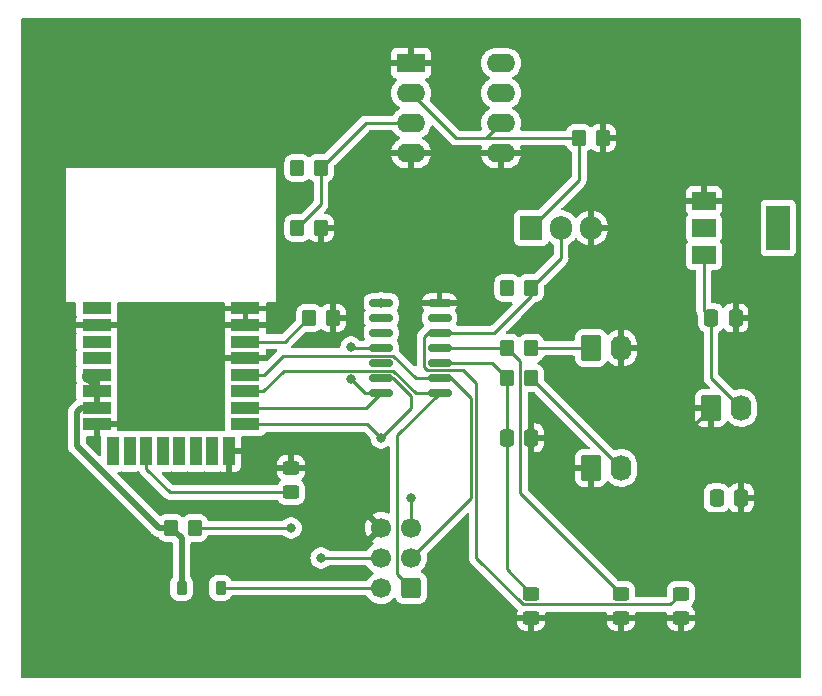
<source format=gtl>
G04 #@! TF.GenerationSoftware,KiCad,Pcbnew,7.0.10*
G04 #@! TF.CreationDate,2024-03-26T17:49:21-05:00*
G04 #@! TF.ProjectId,key,6b65792e-6b69-4636-9164-5f7063625858,rev?*
G04 #@! TF.SameCoordinates,Original*
G04 #@! TF.FileFunction,Copper,L1,Top*
G04 #@! TF.FilePolarity,Positive*
%FSLAX46Y46*%
G04 Gerber Fmt 4.6, Leading zero omitted, Abs format (unit mm)*
G04 Created by KiCad (PCBNEW 7.0.10) date 2024-03-26 17:49:21*
%MOMM*%
%LPD*%
G01*
G04 APERTURE LIST*
G04 Aperture macros list*
%AMRoundRect*
0 Rectangle with rounded corners*
0 $1 Rounding radius*
0 $2 $3 $4 $5 $6 $7 $8 $9 X,Y pos of 4 corners*
0 Add a 4 corners polygon primitive as box body*
4,1,4,$2,$3,$4,$5,$6,$7,$8,$9,$2,$3,0*
0 Add four circle primitives for the rounded corners*
1,1,$1+$1,$2,$3*
1,1,$1+$1,$4,$5*
1,1,$1+$1,$6,$7*
1,1,$1+$1,$8,$9*
0 Add four rect primitives between the rounded corners*
20,1,$1+$1,$2,$3,$4,$5,0*
20,1,$1+$1,$4,$5,$6,$7,0*
20,1,$1+$1,$6,$7,$8,$9,0*
20,1,$1+$1,$8,$9,$2,$3,0*%
G04 Aperture macros list end*
G04 #@! TA.AperFunction,ComponentPad*
%ADD10RoundRect,0.250000X-0.620000X-0.845000X0.620000X-0.845000X0.620000X0.845000X-0.620000X0.845000X0*%
G04 #@! TD*
G04 #@! TA.AperFunction,ComponentPad*
%ADD11O,1.740000X2.190000*%
G04 #@! TD*
G04 #@! TA.AperFunction,SMDPad,CuDef*
%ADD12RoundRect,0.250000X-0.450000X0.325000X-0.450000X-0.325000X0.450000X-0.325000X0.450000X0.325000X0*%
G04 #@! TD*
G04 #@! TA.AperFunction,SMDPad,CuDef*
%ADD13RoundRect,0.250000X-0.337500X-0.475000X0.337500X-0.475000X0.337500X0.475000X-0.337500X0.475000X0*%
G04 #@! TD*
G04 #@! TA.AperFunction,SMDPad,CuDef*
%ADD14RoundRect,0.250000X0.350000X0.450000X-0.350000X0.450000X-0.350000X-0.450000X0.350000X-0.450000X0*%
G04 #@! TD*
G04 #@! TA.AperFunction,SMDPad,CuDef*
%ADD15R,2.000000X1.500000*%
G04 #@! TD*
G04 #@! TA.AperFunction,SMDPad,CuDef*
%ADD16R,2.000000X3.800000*%
G04 #@! TD*
G04 #@! TA.AperFunction,ComponentPad*
%ADD17R,1.905000X2.000000*%
G04 #@! TD*
G04 #@! TA.AperFunction,ComponentPad*
%ADD18O,1.905000X2.000000*%
G04 #@! TD*
G04 #@! TA.AperFunction,SMDPad,CuDef*
%ADD19RoundRect,0.250000X0.450000X-0.325000X0.450000X0.325000X-0.450000X0.325000X-0.450000X-0.325000X0*%
G04 #@! TD*
G04 #@! TA.AperFunction,ComponentPad*
%ADD20RoundRect,0.250000X0.600000X0.600000X-0.600000X0.600000X-0.600000X-0.600000X0.600000X-0.600000X0*%
G04 #@! TD*
G04 #@! TA.AperFunction,ComponentPad*
%ADD21C,1.700000*%
G04 #@! TD*
G04 #@! TA.AperFunction,SMDPad,CuDef*
%ADD22RoundRect,0.250000X-0.350000X-0.450000X0.350000X-0.450000X0.350000X0.450000X-0.350000X0.450000X0*%
G04 #@! TD*
G04 #@! TA.AperFunction,ComponentPad*
%ADD23R,2.400000X1.600000*%
G04 #@! TD*
G04 #@! TA.AperFunction,ComponentPad*
%ADD24O,2.400000X1.600000*%
G04 #@! TD*
G04 #@! TA.AperFunction,SMDPad,CuDef*
%ADD25R,2.450000X1.000000*%
G04 #@! TD*
G04 #@! TA.AperFunction,SMDPad,CuDef*
%ADD26R,1.000000X2.450000*%
G04 #@! TD*
G04 #@! TA.AperFunction,SMDPad,CuDef*
%ADD27RoundRect,0.150000X-0.825000X-0.150000X0.825000X-0.150000X0.825000X0.150000X-0.825000X0.150000X0*%
G04 #@! TD*
G04 #@! TA.AperFunction,SMDPad,CuDef*
%ADD28RoundRect,0.225000X-0.225000X-0.375000X0.225000X-0.375000X0.225000X0.375000X-0.225000X0.375000X0*%
G04 #@! TD*
G04 #@! TA.AperFunction,ViaPad*
%ADD29C,0.800000*%
G04 #@! TD*
G04 #@! TA.AperFunction,Conductor*
%ADD30C,0.254000*%
G04 #@! TD*
G04 #@! TA.AperFunction,Conductor*
%ADD31C,0.508000*%
G04 #@! TD*
G04 #@! TA.AperFunction,Conductor*
%ADD32C,0.100000*%
G04 #@! TD*
G04 APERTURE END LIST*
D10*
G04 #@! TO.P,J1,1,Pin_1*
G04 #@! TO.N,GND*
X144780000Y-78740000D03*
D11*
G04 #@! TO.P,J1,2,Pin_2*
G04 #@! TO.N,Net-(J1-Pin_2)*
X147320000Y-78740000D03*
G04 #@! TD*
D10*
G04 #@! TO.P,J2,1,Pin_1*
G04 #@! TO.N,Net-(J2-Pin_1)*
X144780000Y-68580000D03*
D11*
G04 #@! TO.P,J2,2,Pin_2*
G04 #@! TO.N,GND*
X147320000Y-68580000D03*
G04 #@! TD*
D12*
G04 #@! TO.P,D5,1,K*
G04 #@! TO.N,GND*
X119380000Y-78740000D03*
G04 #@! TO.P,D5,2,A*
G04 #@! TO.N,Net-(D5-A)*
X119380000Y-80790000D03*
G04 #@! TD*
D13*
G04 #@! TO.P,C2,1*
G04 #@! TO.N,+3.3V*
X155405000Y-81280000D03*
G04 #@! TO.P,C2,2*
G04 #@! TO.N,GND*
X157480000Y-81280000D03*
G04 #@! TD*
D14*
G04 #@! TO.P,R2,1*
G04 #@! TO.N,Net-(J1-Pin_2)*
X139700000Y-71120000D03*
G04 #@! TO.P,R2,2*
G04 #@! TO.N,/button*
X137700000Y-71120000D03*
G04 #@! TD*
D15*
G04 #@! TO.P,U3,1,GND*
G04 #@! TO.N,GND*
X154330000Y-56120000D03*
G04 #@! TO.P,U3,2,VO*
G04 #@! TO.N,+3.3V*
X154330000Y-58420000D03*
D16*
X160630000Y-58420000D03*
D15*
G04 #@! TO.P,U3,3,VI*
G04 #@! TO.N,Net-(J3-Pin_2)*
X154330000Y-60720000D03*
G04 #@! TD*
D17*
G04 #@! TO.P,Q1,1,G*
G04 #@! TO.N,Net-(Q1-G)*
X139700000Y-58420000D03*
D18*
G04 #@! TO.P,Q1,2,D*
G04 #@! TO.N,/confirmation*
X142240000Y-58420000D03*
G04 #@! TO.P,Q1,3,S*
G04 #@! TO.N,GND*
X144780000Y-58420000D03*
G04 #@! TD*
D19*
G04 #@! TO.P,D2,1,K*
G04 #@! TO.N,GND*
X152400000Y-91440000D03*
G04 #@! TO.P,D2,2,A*
G04 #@! TO.N,/confirmation*
X152400000Y-89390000D03*
G04 #@! TD*
G04 #@! TO.P,D3,1,K*
G04 #@! TO.N,GND*
X147320000Y-91440000D03*
G04 #@! TO.P,D3,2,A*
G04 #@! TO.N,/alarm*
X147320000Y-89390000D03*
G04 #@! TD*
D20*
G04 #@! TO.P,J4,1,MISO*
G04 #@! TO.N,/MISO*
X129540000Y-88900000D03*
D21*
G04 #@! TO.P,J4,2,VCC*
G04 #@! TO.N,Net-(D1-A)*
X127000000Y-88900000D03*
G04 #@! TO.P,J4,3,SCK*
G04 #@! TO.N,/SCK*
X129540000Y-86360000D03*
G04 #@! TO.P,J4,4,MOSI*
G04 #@! TO.N,/MOSI*
X127000000Y-86360000D03*
G04 #@! TO.P,J4,5,~{RST}*
G04 #@! TO.N,/RST*
X129540000Y-83820000D03*
G04 #@! TO.P,J4,6,GND*
G04 #@! TO.N,GND*
X127000000Y-83820000D03*
G04 #@! TD*
D10*
G04 #@! TO.P,J3,1,Pin_1*
G04 #@! TO.N,GND*
X154940000Y-73660000D03*
D11*
G04 #@! TO.P,J3,2,Pin_2*
G04 #@! TO.N,Net-(J3-Pin_2)*
X157480000Y-73660000D03*
G04 #@! TD*
D14*
G04 #@! TO.P,R1,1*
G04 #@! TO.N,GND*
X122920000Y-66040000D03*
G04 #@! TO.P,R1,2*
G04 #@! TO.N,/interrupt*
X120920000Y-66040000D03*
G04 #@! TD*
D22*
G04 #@! TO.P,R4,1*
G04 #@! TO.N,+3.3V*
X109220000Y-83820000D03*
G04 #@! TO.P,R4,2*
G04 #@! TO.N,/RST*
X111220000Y-83820000D03*
G04 #@! TD*
D23*
G04 #@! TO.P,U2,1,NULL*
G04 #@! TO.N,GND*
X129540000Y-44460000D03*
D24*
G04 #@! TO.P,U2,2,-*
G04 #@! TO.N,Net-(Q1-G)*
X129540000Y-47000000D03*
G04 #@! TO.P,U2,3,+*
G04 #@! TO.N,Net-(U2-+)*
X129540000Y-49540000D03*
G04 #@! TO.P,U2,4,V-*
G04 #@! TO.N,GND*
X129540000Y-52080000D03*
G04 #@! TO.P,U2,5,NULL*
X137160000Y-52080000D03*
G04 #@! TO.P,U2,6*
G04 #@! TO.N,Net-(Q1-G)*
X137160000Y-49540000D03*
G04 #@! TO.P,U2,7,V+*
G04 #@! TO.N,+3.3V*
X137160000Y-47000000D03*
G04 #@! TO.P,U2,8,NC*
G04 #@! TO.N,unconnected-(U2-NC-Pad8)*
X137160000Y-44460000D03*
G04 #@! TD*
D25*
G04 #@! TO.P,DWM1,1,EXTON*
G04 #@! TO.N,unconnected-(DWM1-EXTON-Pad1)*
X102920000Y-65241200D03*
G04 #@! TO.P,DWM1,2,WAKEUP*
G04 #@! TO.N,GND*
X102920000Y-66641200D03*
G04 #@! TO.P,DWM1,3,RSTn*
G04 #@! TO.N,/RST*
X102920000Y-68041200D03*
G04 #@! TO.P,DWM1,4,GPIO7*
G04 #@! TO.N,unconnected-(DWM1-GPIO7-Pad4)*
X102920000Y-69441200D03*
G04 #@! TO.P,DWM1,5,VDDAON*
G04 #@! TO.N,+3.3V*
X102920000Y-70841200D03*
G04 #@! TO.P,DWM1,6,VDD3V3*
X102920000Y-72241200D03*
G04 #@! TO.P,DWM1,7,VDD3V3*
X102920000Y-73641200D03*
G04 #@! TO.P,DWM1,8,VSS*
G04 #@! TO.N,GND*
X102920000Y-75041200D03*
D26*
G04 #@! TO.P,DWM1,9,GPIO6/EXTRXE/SPIHA*
G04 #@! TO.N,unconnected-(DWM1-GPIO6{slash}EXTRXE{slash}SPIHA-Pad9)*
X104320000Y-77336200D03*
G04 #@! TO.P,DWM1,10,GPIO5/EXTTXE/SPIPOL*
G04 #@! TO.N,unconnected-(DWM1-GPIO5{slash}EXTTXE{slash}SPIPOL-Pad10)*
X105720000Y-77336200D03*
G04 #@! TO.P,DWM1,11,GPIO4/EXTPA*
G04 #@! TO.N,Net-(D5-A)*
X107120000Y-77336200D03*
G04 #@! TO.P,DWM1,12,GPIO3/TXLED*
G04 #@! TO.N,unconnected-(DWM1-GPIO3{slash}TXLED-Pad12)*
X108520000Y-77336200D03*
G04 #@! TO.P,DWM1,13,GPIO2/RXLED*
G04 #@! TO.N,unconnected-(DWM1-GPIO2{slash}RXLED-Pad13)*
X109920000Y-77336200D03*
G04 #@! TO.P,DWM1,14,GPIO1/SFDLED*
G04 #@! TO.N,unconnected-(DWM1-GPIO1{slash}SFDLED-Pad14)*
X111320000Y-77336200D03*
G04 #@! TO.P,DWM1,15,GPIO0/RXOKLED*
G04 #@! TO.N,unconnected-(DWM1-GPIO0{slash}RXOKLED-Pad15)*
X112720000Y-77336200D03*
G04 #@! TO.P,DWM1,16,VSS*
G04 #@! TO.N,GND*
X114120000Y-77336200D03*
D25*
G04 #@! TO.P,DWM1,17,SPICSn*
G04 #@! TO.N,/Csn*
X115520000Y-75040000D03*
G04 #@! TO.P,DWM1,18,SPIMOSI*
G04 #@! TO.N,/MOSI*
X115520000Y-73640000D03*
G04 #@! TO.P,DWM1,19,SPIMISO*
G04 #@! TO.N,/MISO*
X115520000Y-72241200D03*
G04 #@! TO.P,DWM1,20,SPICLK*
G04 #@! TO.N,/SCK*
X115520000Y-70841200D03*
G04 #@! TO.P,DWM1,21,VSS*
G04 #@! TO.N,GND*
X115520000Y-69441200D03*
G04 #@! TO.P,DWM1,22,IRQ/GPIO8*
G04 #@! TO.N,/interrupt*
X115520000Y-68041200D03*
G04 #@! TO.P,DWM1,23,VSS*
G04 #@! TO.N,GND*
X115520000Y-66641200D03*
G04 #@! TO.P,DWM1,24,VSS*
X115520000Y-65241200D03*
G04 #@! TD*
D22*
G04 #@! TO.P,R3,1*
G04 #@! TO.N,/alarm*
X137700000Y-68580000D03*
G04 #@! TO.P,R3,2*
G04 #@! TO.N,Net-(J2-Pin_1)*
X139700000Y-68580000D03*
G04 #@! TD*
G04 #@! TO.P,Gate-bias1,1*
G04 #@! TO.N,Net-(Q1-G)*
X143780000Y-50800000D03*
G04 #@! TO.P,Gate-bias1,2*
G04 #@! TO.N,GND*
X145780000Y-50800000D03*
G04 #@! TD*
D27*
G04 #@! TO.P,U4,1,VCC*
G04 #@! TO.N,+3.3V*
X127000000Y-64770000D03*
G04 #@! TO.P,U4,2,XTAL1/PB0*
G04 #@! TO.N,unconnected-(U4-XTAL1{slash}PB0-Pad2)*
X127000000Y-66040000D03*
G04 #@! TO.P,U4,3,XTAL2/PB1*
G04 #@! TO.N,unconnected-(U4-XTAL2{slash}PB1-Pad3)*
X127000000Y-67310000D03*
G04 #@! TO.P,U4,4,~{RESET}/PB3*
G04 #@! TO.N,/RST*
X127000000Y-68580000D03*
G04 #@! TO.P,U4,5,PB2*
G04 #@! TO.N,unconnected-(U4-PB2-Pad5)*
X127000000Y-69850000D03*
G04 #@! TO.P,U4,6,PA7*
G04 #@! TO.N,/Csn*
X127000000Y-71120000D03*
G04 #@! TO.P,U4,7,PA6*
G04 #@! TO.N,/MOSI*
X127000000Y-72390000D03*
G04 #@! TO.P,U4,8,PA5*
G04 #@! TO.N,/MISO*
X131950000Y-72390000D03*
G04 #@! TO.P,U4,9,PA4*
G04 #@! TO.N,/SCK*
X131950000Y-71120000D03*
G04 #@! TO.P,U4,10,PA3*
G04 #@! TO.N,/button*
X131950000Y-69850000D03*
G04 #@! TO.P,U4,11,PA2*
G04 #@! TO.N,/alarm*
X131950000Y-68580000D03*
G04 #@! TO.P,U4,12,PA1*
G04 #@! TO.N,/confirmation*
X131950000Y-67310000D03*
G04 #@! TO.P,U4,13,AREF/PA0*
G04 #@! TO.N,unconnected-(U4-AREF{slash}PA0-Pad13)*
X131950000Y-66040000D03*
G04 #@! TO.P,U4,14,GND*
G04 #@! TO.N,GND*
X131950000Y-64770000D03*
G04 #@! TD*
D22*
G04 #@! TO.P,Pulldown1,1*
G04 #@! TO.N,+3.3V*
X137700000Y-63500000D03*
G04 #@! TO.P,Pulldown1,2*
G04 #@! TO.N,/confirmation*
X139700000Y-63500000D03*
G04 #@! TD*
D13*
G04 #@! TO.P,C1,1*
G04 #@! TO.N,Net-(J3-Pin_2)*
X154940000Y-66040000D03*
G04 #@! TO.P,C1,2*
G04 #@! TO.N,GND*
X157015000Y-66040000D03*
G04 #@! TD*
G04 #@! TO.P,C3,1*
G04 #@! TO.N,/button*
X137625000Y-76200000D03*
G04 #@! TO.P,C3,2*
G04 #@! TO.N,GND*
X139700000Y-76200000D03*
G04 #@! TD*
D28*
G04 #@! TO.P,D1,1,K*
G04 #@! TO.N,+3.3V*
X110110000Y-88900000D03*
G04 #@! TO.P,D1,2,A*
G04 #@! TO.N,Net-(D1-A)*
X113410000Y-88900000D03*
G04 #@! TD*
D22*
G04 #@! TO.P,PressureSensor1,1*
G04 #@! TO.N,+3.3V*
X119920000Y-53340000D03*
G04 #@! TO.P,PressureSensor1,2*
G04 #@! TO.N,Net-(U2-+)*
X121920000Y-53340000D03*
G04 #@! TD*
G04 #@! TO.P,RM1,1*
G04 #@! TO.N,Net-(U2-+)*
X119920000Y-58420000D03*
G04 #@! TO.P,RM1,2*
G04 #@! TO.N,GND*
X121920000Y-58420000D03*
G04 #@! TD*
D19*
G04 #@! TO.P,D4,1,K*
G04 #@! TO.N,GND*
X139700000Y-91440000D03*
G04 #@! TO.P,D4,2,A*
G04 #@! TO.N,/button*
X139700000Y-89390000D03*
G04 #@! TD*
D29*
G04 #@! TO.N,GND*
X152400000Y-76200000D03*
X152400000Y-76200000D03*
G04 #@! TO.N,+3.3V*
X154330000Y-58420000D03*
X160630000Y-58420000D03*
X119920000Y-53340000D03*
X127000000Y-64770000D03*
X155405000Y-81280000D03*
X102095000Y-71120000D03*
X137700000Y-63500000D03*
X155405000Y-81280000D03*
G04 #@! TO.N,/RST*
X102920000Y-68041200D03*
X119380000Y-83820000D03*
X129540000Y-81280000D03*
X124460000Y-68496000D03*
G04 #@! TO.N,/Csn*
X127000000Y-76200000D03*
G04 #@! TO.N,/MOSI*
X121920000Y-86360000D03*
X124460000Y-71220000D03*
G04 #@! TD*
D30*
G04 #@! TO.N,Net-(J3-Pin_2)*
X154940000Y-66040000D02*
X154940000Y-71120000D01*
X154330000Y-60720000D02*
X154330000Y-65430000D01*
X154940000Y-71120000D02*
X157480000Y-73660000D01*
X154330000Y-65430000D02*
X154940000Y-66040000D01*
G04 #@! TO.N,GND*
X154940000Y-73660000D02*
X152400000Y-76200000D01*
D31*
G04 #@! TO.N,+3.3V*
X102920000Y-72241200D02*
X102920000Y-71945000D01*
X102920000Y-71945000D02*
X102095000Y-71120000D01*
X110110000Y-84710000D02*
X109220000Y-83820000D01*
X101241000Y-76890200D02*
X101241000Y-74019000D01*
X109220000Y-83820000D02*
X108170800Y-83820000D01*
X108170800Y-83820000D02*
X101241000Y-76890200D01*
X102920000Y-70841200D02*
X102920000Y-72241200D01*
X101241000Y-74019000D02*
X101618800Y-73641200D01*
X102920000Y-70841200D02*
X101949000Y-70841200D01*
X110110000Y-88900000D02*
X110110000Y-84710000D01*
X101949000Y-70841200D02*
X101949000Y-71120000D01*
X101949000Y-71120000D02*
X102641200Y-71120000D01*
X102641200Y-71120000D02*
X102920000Y-70841200D01*
X102920000Y-73641200D02*
X102920000Y-72241200D01*
X101618800Y-73641200D02*
X102920000Y-73641200D01*
D30*
G04 #@! TO.N,/button*
X137625000Y-76200000D02*
X137625000Y-87315000D01*
X137625000Y-87315000D02*
X139700000Y-89390000D01*
X137700000Y-76125000D02*
X137625000Y-76200000D01*
X137700000Y-71120000D02*
X136430000Y-69850000D01*
X137700000Y-71120000D02*
X137700000Y-76125000D01*
X136430000Y-69850000D02*
X131950000Y-69850000D01*
G04 #@! TO.N,/RST*
X127000000Y-68580000D02*
X124544000Y-68580000D01*
X101941000Y-68041200D02*
X102920000Y-68041200D01*
D32*
X103601200Y-68041200D02*
X102920000Y-68041200D01*
D30*
X119380000Y-83820000D02*
X111220000Y-83820000D01*
X129540000Y-83820000D02*
X129540000Y-81280000D01*
X124544000Y-68580000D02*
X124460000Y-68496000D01*
G04 #@! TO.N,Net-(D5-A)*
X107120000Y-78815200D02*
X107120000Y-77336200D01*
X109094800Y-80790000D02*
X107120000Y-78815200D01*
X119380000Y-80790000D02*
X109094800Y-80790000D01*
G04 #@! TO.N,/Csn*
X129540000Y-72648317D02*
X128011684Y-71120000D01*
D32*
X127000000Y-71120000D02*
X127974999Y-71120000D01*
D30*
X125840000Y-75040000D02*
X127000000Y-76200000D01*
D32*
X128225000Y-74975000D02*
X128160000Y-75040000D01*
D30*
X127000000Y-76200000D02*
X129540000Y-73660000D01*
X128011684Y-71120000D02*
X127000000Y-71120000D01*
X115520000Y-75040000D02*
X125840000Y-75040000D01*
X129540000Y-73660000D02*
X129540000Y-72648317D01*
G04 #@! TO.N,/MOSI*
X127000000Y-72390000D02*
X125750000Y-73640000D01*
X127000000Y-86360000D02*
X121920000Y-86360000D01*
X125750000Y-73640000D02*
X115520000Y-73640000D01*
X125630000Y-72390000D02*
X127000000Y-72390000D01*
X124460000Y-71220000D02*
X125630000Y-72390000D01*
G04 #@! TO.N,/MISO*
X128363000Y-87723000D02*
X128363000Y-75977000D01*
X129540000Y-88900000D02*
X128363000Y-87723000D01*
X118747200Y-70493000D02*
X116999000Y-72241200D01*
X131950000Y-72390000D02*
X129923736Y-72390000D01*
X129923736Y-72390000D02*
X128026736Y-70493000D01*
D32*
X116245000Y-72241200D02*
X115520000Y-72241200D01*
D30*
X128363000Y-75977000D02*
X131950000Y-72390000D01*
X116999000Y-72241200D02*
X115520000Y-72241200D01*
X128026736Y-70493000D02*
X118747200Y-70493000D01*
G04 #@! TO.N,Net-(D1-A)*
X127000000Y-88900000D02*
X113410000Y-88900000D01*
G04 #@! TO.N,/interrupt*
X120842400Y-66040000D02*
X120920000Y-66040000D01*
X115520000Y-68041200D02*
X118841200Y-68041200D01*
X118841200Y-68041200D02*
X120842400Y-66040000D01*
G04 #@! TO.N,Net-(Q1-G)*
X134620000Y-50800000D02*
X133340000Y-50800000D01*
X143780000Y-50800000D02*
X134620000Y-50800000D01*
X133340000Y-50800000D02*
X129540000Y-47000000D01*
X135900000Y-50800000D02*
X134620000Y-50800000D01*
X143780000Y-54340000D02*
X139700000Y-58420000D01*
X137160000Y-49540000D02*
X135900000Y-50800000D01*
X143780000Y-50800000D02*
X143780000Y-54340000D01*
G04 #@! TO.N,Net-(J1-Pin_2)*
X139700000Y-71120000D02*
X147320000Y-78740000D01*
G04 #@! TO.N,Net-(J2-Pin_1)*
X144780000Y-68580000D02*
X139700000Y-68580000D01*
G04 #@! TO.N,Net-(U2-+)*
X121920000Y-53340000D02*
X121920000Y-56420000D01*
X121920000Y-56420000D02*
X119920000Y-58420000D01*
X125720000Y-49540000D02*
X121920000Y-53340000D01*
X129540000Y-49540000D02*
X125720000Y-49540000D01*
G04 #@! TO.N,/confirmation*
X151498000Y-90292000D02*
X139004072Y-90292000D01*
X133977000Y-70477000D02*
X130923264Y-70477000D01*
X152400000Y-89390000D02*
X151498000Y-90292000D01*
X139700000Y-63500000D02*
X139700000Y-64200000D01*
X130975001Y-67310000D02*
X131950000Y-67310000D01*
X130648000Y-67637001D02*
X130975001Y-67310000D01*
X139004072Y-90292000D02*
X135074000Y-86361928D01*
X135074000Y-86361928D02*
X135074000Y-71574000D01*
X135074000Y-71574000D02*
X133977000Y-70477000D01*
X130648000Y-70201736D02*
X130648000Y-67637001D01*
X142240000Y-58420000D02*
X142240000Y-60960000D01*
X136590000Y-67310000D02*
X131950000Y-67310000D01*
D32*
X132810000Y-67310000D02*
X131950000Y-67310000D01*
D30*
X130923264Y-70477000D02*
X130648000Y-70201736D01*
X142240000Y-60960000D02*
X139700000Y-63500000D01*
X139700000Y-64200000D02*
X136590000Y-67310000D01*
G04 #@! TO.N,/alarm*
X138773000Y-69653000D02*
X137700000Y-68580000D01*
X147320000Y-89390000D02*
X138773000Y-80843000D01*
X138773000Y-80843000D02*
X138773000Y-69653000D01*
X137700000Y-68580000D02*
X131950000Y-68580000D01*
G04 #@! TO.N,/SCK*
X117118800Y-70841200D02*
X115520000Y-70841200D01*
X118737000Y-69223000D02*
X117118800Y-70841200D01*
X131950000Y-71120000D02*
X132924999Y-71120000D01*
X132924999Y-71120000D02*
X134620000Y-72815001D01*
X134620000Y-81280000D02*
X129540000Y-86360000D01*
X128026736Y-69223000D02*
X118737000Y-69223000D01*
X129923736Y-71120000D02*
X128026736Y-69223000D01*
X134620000Y-72815001D02*
X134620000Y-81280000D01*
X131950000Y-71120000D02*
X129923736Y-71120000D01*
G04 #@! TD*
G04 #@! TA.AperFunction,Conductor*
G04 #@! TO.N,GND*
G36*
X162502539Y-40660185D02*
G01*
X162548294Y-40712989D01*
X162559500Y-40764500D01*
X162559500Y-96395500D01*
X162539815Y-96462539D01*
X162487011Y-96508294D01*
X162435500Y-96519500D01*
X96644500Y-96519500D01*
X96577461Y-96499815D01*
X96531706Y-96447011D01*
X96520500Y-96395500D01*
X96520500Y-91690000D01*
X138500001Y-91690000D01*
X138500001Y-91814986D01*
X138510494Y-91917697D01*
X138565641Y-92084119D01*
X138565643Y-92084124D01*
X138657684Y-92233345D01*
X138781654Y-92357315D01*
X138930875Y-92449356D01*
X138930880Y-92449358D01*
X139097302Y-92504505D01*
X139097309Y-92504506D01*
X139200019Y-92514999D01*
X139449999Y-92514999D01*
X139450000Y-92514998D01*
X139450000Y-91690000D01*
X139950000Y-91690000D01*
X139950000Y-92514999D01*
X140199972Y-92514999D01*
X140199986Y-92514998D01*
X140302697Y-92504505D01*
X140469119Y-92449358D01*
X140469124Y-92449356D01*
X140618345Y-92357315D01*
X140742315Y-92233345D01*
X140834356Y-92084124D01*
X140834358Y-92084119D01*
X140889505Y-91917697D01*
X140889506Y-91917690D01*
X140899999Y-91814986D01*
X140900000Y-91814973D01*
X140900000Y-91690000D01*
X146120001Y-91690000D01*
X146120001Y-91814986D01*
X146130494Y-91917697D01*
X146185641Y-92084119D01*
X146185643Y-92084124D01*
X146277684Y-92233345D01*
X146401654Y-92357315D01*
X146550875Y-92449356D01*
X146550880Y-92449358D01*
X146717302Y-92504505D01*
X146717309Y-92504506D01*
X146820019Y-92514999D01*
X147069999Y-92514999D01*
X147070000Y-92514998D01*
X147070000Y-91690000D01*
X147570000Y-91690000D01*
X147570000Y-92514999D01*
X147819972Y-92514999D01*
X147819986Y-92514998D01*
X147922697Y-92504505D01*
X148089119Y-92449358D01*
X148089124Y-92449356D01*
X148238345Y-92357315D01*
X148362315Y-92233345D01*
X148454356Y-92084124D01*
X148454358Y-92084119D01*
X148509505Y-91917697D01*
X148509506Y-91917690D01*
X148519999Y-91814986D01*
X148520000Y-91814973D01*
X148520000Y-91690000D01*
X151200001Y-91690000D01*
X151200001Y-91814986D01*
X151210494Y-91917697D01*
X151265641Y-92084119D01*
X151265643Y-92084124D01*
X151357684Y-92233345D01*
X151481654Y-92357315D01*
X151630875Y-92449356D01*
X151630880Y-92449358D01*
X151797302Y-92504505D01*
X151797309Y-92504506D01*
X151900019Y-92514999D01*
X152149999Y-92514999D01*
X152150000Y-92514998D01*
X152150000Y-91690000D01*
X152650000Y-91690000D01*
X152650000Y-92514999D01*
X152899972Y-92514999D01*
X152899986Y-92514998D01*
X153002697Y-92504505D01*
X153169119Y-92449358D01*
X153169124Y-92449356D01*
X153318345Y-92357315D01*
X153442315Y-92233345D01*
X153534356Y-92084124D01*
X153534358Y-92084119D01*
X153589505Y-91917697D01*
X153589506Y-91917690D01*
X153599999Y-91814986D01*
X153600000Y-91814973D01*
X153600000Y-91690000D01*
X152650000Y-91690000D01*
X152150000Y-91690000D01*
X151200001Y-91690000D01*
X148520000Y-91690000D01*
X147570000Y-91690000D01*
X147070000Y-91690000D01*
X146120001Y-91690000D01*
X140900000Y-91690000D01*
X139950000Y-91690000D01*
X139450000Y-91690000D01*
X138500001Y-91690000D01*
X96520500Y-91690000D01*
X96520500Y-76868108D01*
X100481684Y-76868108D01*
X100486028Y-76917745D01*
X100486500Y-76928554D01*
X100486500Y-76934146D01*
X100490116Y-76965085D01*
X100490482Y-76968670D01*
X100497056Y-77043810D01*
X100498516Y-77050877D01*
X100498464Y-77050887D01*
X100500123Y-77058367D01*
X100500174Y-77058355D01*
X100501840Y-77065385D01*
X100527621Y-77136220D01*
X100528804Y-77139623D01*
X100552533Y-77211229D01*
X100555586Y-77217775D01*
X100555536Y-77217798D01*
X100558876Y-77224697D01*
X100558925Y-77224673D01*
X100562167Y-77231130D01*
X100603613Y-77294146D01*
X100605550Y-77297186D01*
X100645131Y-77361356D01*
X100649611Y-77367022D01*
X100649569Y-77367055D01*
X100654401Y-77372986D01*
X100654443Y-77372952D01*
X100659088Y-77378488D01*
X100713938Y-77430236D01*
X100716525Y-77432749D01*
X107592034Y-84308258D01*
X107603815Y-84321890D01*
X107618261Y-84341294D01*
X107656438Y-84373328D01*
X107664414Y-84380638D01*
X107668354Y-84384579D01*
X107692810Y-84403916D01*
X107695607Y-84406195D01*
X107753372Y-84454667D01*
X107759409Y-84458637D01*
X107759379Y-84458682D01*
X107765838Y-84462796D01*
X107765867Y-84462750D01*
X107772007Y-84466537D01*
X107772009Y-84466539D01*
X107840357Y-84498410D01*
X107843575Y-84499968D01*
X107908345Y-84532496D01*
X107910989Y-84533824D01*
X107910991Y-84533824D01*
X107917779Y-84536295D01*
X107917760Y-84536347D01*
X107924988Y-84538859D01*
X107925006Y-84538808D01*
X107931855Y-84541077D01*
X107931856Y-84541077D01*
X107931860Y-84541079D01*
X108005772Y-84556339D01*
X108009219Y-84557104D01*
X108082612Y-84574500D01*
X108082613Y-84574500D01*
X108082617Y-84574501D01*
X108089785Y-84575339D01*
X108089778Y-84575392D01*
X108097394Y-84576170D01*
X108097399Y-84576117D01*
X108111789Y-84577376D01*
X108111680Y-84578611D01*
X108172154Y-84594469D01*
X108213721Y-84635597D01*
X108277288Y-84738656D01*
X108401344Y-84862712D01*
X108550666Y-84954814D01*
X108717203Y-85009999D01*
X108819991Y-85020500D01*
X109231500Y-85020499D01*
X109298539Y-85040183D01*
X109344294Y-85092987D01*
X109355500Y-85144499D01*
X109355500Y-87977126D01*
X109335815Y-88044165D01*
X109319181Y-88064807D01*
X109312032Y-88071955D01*
X109312029Y-88071959D01*
X109223001Y-88216294D01*
X109222996Y-88216305D01*
X109169651Y-88377290D01*
X109159500Y-88476647D01*
X109159500Y-89323337D01*
X109159501Y-89323355D01*
X109169650Y-89422707D01*
X109169651Y-89422710D01*
X109222996Y-89583694D01*
X109223001Y-89583705D01*
X109312029Y-89728040D01*
X109312032Y-89728044D01*
X109431955Y-89847967D01*
X109431959Y-89847970D01*
X109576294Y-89936998D01*
X109576297Y-89936999D01*
X109576303Y-89937003D01*
X109737292Y-89990349D01*
X109836655Y-90000500D01*
X110383344Y-90000499D01*
X110383352Y-90000498D01*
X110383355Y-90000498D01*
X110437760Y-89994940D01*
X110482708Y-89990349D01*
X110643697Y-89937003D01*
X110788044Y-89847968D01*
X110907968Y-89728044D01*
X110997003Y-89583697D01*
X111050349Y-89422708D01*
X111060500Y-89323345D01*
X111060499Y-88476656D01*
X111050349Y-88377292D01*
X110997003Y-88216303D01*
X110996999Y-88216297D01*
X110996998Y-88216294D01*
X110907970Y-88071959D01*
X110907967Y-88071955D01*
X110900819Y-88064807D01*
X110867334Y-88003484D01*
X110864500Y-87977126D01*
X110864500Y-85144499D01*
X110884185Y-85077460D01*
X110936989Y-85031705D01*
X110988500Y-85020499D01*
X111620002Y-85020499D01*
X111620008Y-85020499D01*
X111722797Y-85009999D01*
X111889334Y-84954814D01*
X112038656Y-84862712D01*
X112162712Y-84738656D01*
X112254814Y-84589334D01*
X112273648Y-84532495D01*
X112313421Y-84475051D01*
X112377937Y-84448228D01*
X112391354Y-84447500D01*
X118678053Y-84447500D01*
X118745092Y-84467185D01*
X118770199Y-84488523D01*
X118774129Y-84492888D01*
X118774132Y-84492891D01*
X118774135Y-84492893D01*
X118927265Y-84604148D01*
X118927270Y-84604151D01*
X119100192Y-84681142D01*
X119100197Y-84681144D01*
X119285354Y-84720500D01*
X119285355Y-84720500D01*
X119474644Y-84720500D01*
X119474646Y-84720500D01*
X119659803Y-84681144D01*
X119832730Y-84604151D01*
X119985871Y-84492888D01*
X120112533Y-84352216D01*
X120207179Y-84188284D01*
X120265674Y-84008256D01*
X120285460Y-83820000D01*
X120265674Y-83631744D01*
X120207179Y-83451716D01*
X120112533Y-83287784D01*
X119985871Y-83147112D01*
X119985870Y-83147111D01*
X119832734Y-83035851D01*
X119832729Y-83035848D01*
X119659807Y-82958857D01*
X119659802Y-82958855D01*
X119514001Y-82927865D01*
X119474646Y-82919500D01*
X119285354Y-82919500D01*
X119252897Y-82926398D01*
X119100197Y-82958855D01*
X119100192Y-82958857D01*
X118927270Y-83035848D01*
X118927265Y-83035851D01*
X118774138Y-83147104D01*
X118774132Y-83147108D01*
X118772175Y-83149281D01*
X118770200Y-83151474D01*
X118710714Y-83188121D01*
X118678053Y-83192500D01*
X112391354Y-83192500D01*
X112324315Y-83172815D01*
X112278560Y-83120011D01*
X112273648Y-83107504D01*
X112257451Y-83058625D01*
X112254814Y-83050666D01*
X112162712Y-82901344D01*
X112038656Y-82777288D01*
X111889334Y-82685186D01*
X111722797Y-82630001D01*
X111722795Y-82630000D01*
X111620010Y-82619500D01*
X110819998Y-82619500D01*
X110819980Y-82619501D01*
X110717203Y-82630000D01*
X110717200Y-82630001D01*
X110550668Y-82685185D01*
X110550663Y-82685187D01*
X110401342Y-82777289D01*
X110307681Y-82870951D01*
X110246358Y-82904436D01*
X110176666Y-82899452D01*
X110132319Y-82870951D01*
X110038657Y-82777289D01*
X110038656Y-82777288D01*
X109889334Y-82685186D01*
X109722797Y-82630001D01*
X109722795Y-82630000D01*
X109620010Y-82619500D01*
X108819998Y-82619500D01*
X108819980Y-82619501D01*
X108717203Y-82630000D01*
X108717200Y-82630001D01*
X108550668Y-82685185D01*
X108550663Y-82685187D01*
X108401342Y-82777289D01*
X108385909Y-82792723D01*
X108324586Y-82826208D01*
X108254894Y-82821224D01*
X108210547Y-82792723D01*
X104691204Y-79273380D01*
X104657719Y-79212057D01*
X104662703Y-79142365D01*
X104704575Y-79086432D01*
X104770039Y-79062015D01*
X104778885Y-79061699D01*
X104867871Y-79061699D01*
X104867872Y-79061699D01*
X104927483Y-79055291D01*
X104976665Y-79036946D01*
X105046355Y-79031961D01*
X105063333Y-79036947D01*
X105112508Y-79055288D01*
X105112511Y-79055288D01*
X105112517Y-79055291D01*
X105172127Y-79061700D01*
X106267872Y-79061699D01*
X106327483Y-79055291D01*
X106350866Y-79046569D01*
X106376666Y-79036947D01*
X106446357Y-79031962D01*
X106463335Y-79036947D01*
X106493295Y-79048122D01*
X106549228Y-79089994D01*
X106565249Y-79118648D01*
X106565744Y-79119900D01*
X106591511Y-79155364D01*
X106597925Y-79165129D01*
X106620234Y-79202852D01*
X106620240Y-79202860D01*
X106634469Y-79217088D01*
X106647106Y-79231884D01*
X106658937Y-79248167D01*
X106692717Y-79276112D01*
X106701346Y-79283965D01*
X108592424Y-81175043D01*
X108602271Y-81187333D01*
X108602489Y-81187154D01*
X108607457Y-81193159D01*
X108656646Y-81239351D01*
X108659443Y-81242062D01*
X108679007Y-81261626D01*
X108682185Y-81264090D01*
X108691079Y-81271685D01*
X108699933Y-81280000D01*
X108723035Y-81301695D01*
X108723037Y-81301696D01*
X108740667Y-81311387D01*
X108756935Y-81322072D01*
X108772838Y-81334408D01*
X108813062Y-81351814D01*
X108823554Y-81356954D01*
X108861958Y-81378068D01*
X108861960Y-81378069D01*
X108861966Y-81378072D01*
X108881040Y-81382969D01*
X108881460Y-81383077D01*
X108899864Y-81389377D01*
X108918342Y-81397374D01*
X108961651Y-81404233D01*
X108973058Y-81406595D01*
X109015528Y-81417500D01*
X109035658Y-81417500D01*
X109055057Y-81419027D01*
X109074933Y-81422175D01*
X109114728Y-81418413D01*
X109118570Y-81418050D01*
X109130239Y-81417500D01*
X118165596Y-81417500D01*
X118232635Y-81437185D01*
X118271134Y-81476403D01*
X118337288Y-81583656D01*
X118461344Y-81707712D01*
X118610666Y-81799814D01*
X118777203Y-81854999D01*
X118879991Y-81865500D01*
X119880008Y-81865499D01*
X119880016Y-81865498D01*
X119880019Y-81865498D01*
X119936302Y-81859748D01*
X119982797Y-81854999D01*
X120149334Y-81799814D01*
X120298656Y-81707712D01*
X120422712Y-81583656D01*
X120514814Y-81434334D01*
X120569999Y-81267797D01*
X120580500Y-81165009D01*
X120580499Y-80414992D01*
X120578722Y-80397601D01*
X120569999Y-80312203D01*
X120569998Y-80312200D01*
X120559382Y-80280162D01*
X120514814Y-80145666D01*
X120422712Y-79996344D01*
X120298656Y-79872288D01*
X120295342Y-79870243D01*
X120293546Y-79868248D01*
X120292989Y-79867807D01*
X120293064Y-79867711D01*
X120248618Y-79818297D01*
X120237397Y-79749334D01*
X120265240Y-79685252D01*
X120295348Y-79659165D01*
X120298342Y-79657318D01*
X120422315Y-79533345D01*
X120514356Y-79384124D01*
X120514358Y-79384119D01*
X120569505Y-79217697D01*
X120569506Y-79217690D01*
X120579999Y-79114986D01*
X120580000Y-79114973D01*
X120580000Y-78990000D01*
X118180001Y-78990000D01*
X118180001Y-79114986D01*
X118190494Y-79217697D01*
X118245641Y-79384119D01*
X118245643Y-79384124D01*
X118337684Y-79533345D01*
X118461655Y-79657316D01*
X118461659Y-79657319D01*
X118464656Y-79659168D01*
X118466279Y-79660972D01*
X118467323Y-79661798D01*
X118467181Y-79661976D01*
X118511381Y-79711116D01*
X118522602Y-79780079D01*
X118494759Y-79844161D01*
X118464661Y-79870241D01*
X118461349Y-79872283D01*
X118461343Y-79872288D01*
X118337287Y-79996344D01*
X118271135Y-80103596D01*
X118219187Y-80150321D01*
X118165596Y-80162500D01*
X109406081Y-80162500D01*
X109339042Y-80142815D01*
X109318400Y-80126181D01*
X108465599Y-79273380D01*
X108432114Y-79212057D01*
X108437098Y-79142365D01*
X108478970Y-79086432D01*
X108544434Y-79062015D01*
X108553280Y-79061699D01*
X109067871Y-79061699D01*
X109067872Y-79061699D01*
X109127483Y-79055291D01*
X109176665Y-79036946D01*
X109246355Y-79031961D01*
X109263333Y-79036947D01*
X109312508Y-79055288D01*
X109312511Y-79055288D01*
X109312517Y-79055291D01*
X109372127Y-79061700D01*
X110467872Y-79061699D01*
X110527483Y-79055291D01*
X110576665Y-79036946D01*
X110646355Y-79031961D01*
X110663333Y-79036947D01*
X110712508Y-79055288D01*
X110712511Y-79055288D01*
X110712517Y-79055291D01*
X110772127Y-79061700D01*
X111867872Y-79061699D01*
X111927483Y-79055291D01*
X111976665Y-79036946D01*
X112046355Y-79031961D01*
X112063333Y-79036947D01*
X112112508Y-79055288D01*
X112112511Y-79055288D01*
X112112517Y-79055291D01*
X112172127Y-79061700D01*
X113267872Y-79061699D01*
X113327483Y-79055291D01*
X113377382Y-79036679D01*
X113447069Y-79031694D01*
X113464048Y-79036679D01*
X113512628Y-79054798D01*
X113512627Y-79054798D01*
X113572155Y-79061199D01*
X113572172Y-79061200D01*
X113870000Y-79061200D01*
X113870000Y-77586200D01*
X114370000Y-77586200D01*
X114370000Y-79061200D01*
X114667828Y-79061200D01*
X114667844Y-79061199D01*
X114727372Y-79054798D01*
X114727379Y-79054796D01*
X114862086Y-79004554D01*
X114862093Y-79004550D01*
X114977187Y-78918390D01*
X114977190Y-78918387D01*
X115063350Y-78803293D01*
X115063354Y-78803286D01*
X115113596Y-78668579D01*
X115113598Y-78668572D01*
X115119999Y-78609044D01*
X115120000Y-78609027D01*
X115120000Y-78490000D01*
X118180000Y-78490000D01*
X119130000Y-78490000D01*
X119130000Y-77665000D01*
X119630000Y-77665000D01*
X119630000Y-78490000D01*
X120579999Y-78490000D01*
X120579999Y-78365028D01*
X120579998Y-78365013D01*
X120569505Y-78262302D01*
X120514358Y-78095880D01*
X120514356Y-78095875D01*
X120422315Y-77946654D01*
X120298345Y-77822684D01*
X120149124Y-77730643D01*
X120149119Y-77730641D01*
X119982697Y-77675494D01*
X119982690Y-77675493D01*
X119879986Y-77665000D01*
X119630000Y-77665000D01*
X119130000Y-77665000D01*
X118880029Y-77665000D01*
X118880012Y-77665001D01*
X118777302Y-77675494D01*
X118610880Y-77730641D01*
X118610875Y-77730643D01*
X118461654Y-77822684D01*
X118337684Y-77946654D01*
X118245643Y-78095875D01*
X118245641Y-78095880D01*
X118190494Y-78262302D01*
X118190493Y-78262309D01*
X118180000Y-78365013D01*
X118180000Y-78490000D01*
X115120000Y-78490000D01*
X115120000Y-77586200D01*
X114370000Y-77586200D01*
X113870000Y-77586200D01*
X113870000Y-77210200D01*
X113889685Y-77143161D01*
X113942489Y-77097406D01*
X113994000Y-77086200D01*
X115120000Y-77086200D01*
X115120000Y-76164499D01*
X115139685Y-76097460D01*
X115192489Y-76051705D01*
X115243997Y-76040499D01*
X116792872Y-76040499D01*
X116852483Y-76034091D01*
X116987331Y-75983796D01*
X117102546Y-75897546D01*
X117188796Y-75782331D01*
X117201539Y-75748166D01*
X117243411Y-75692233D01*
X117308875Y-75667816D01*
X117317721Y-75667500D01*
X125528719Y-75667500D01*
X125595758Y-75687185D01*
X125616400Y-75703819D01*
X126061371Y-76148790D01*
X126094856Y-76210113D01*
X126097010Y-76223505D01*
X126114326Y-76388256D01*
X126114327Y-76388259D01*
X126172818Y-76568277D01*
X126172821Y-76568284D01*
X126267467Y-76732216D01*
X126353439Y-76827697D01*
X126394129Y-76872888D01*
X126547265Y-76984148D01*
X126547270Y-76984151D01*
X126720192Y-77061142D01*
X126720197Y-77061144D01*
X126905354Y-77100500D01*
X126905355Y-77100500D01*
X127094644Y-77100500D01*
X127094646Y-77100500D01*
X127279803Y-77061144D01*
X127452730Y-76984151D01*
X127538616Y-76921751D01*
X127604421Y-76898272D01*
X127672475Y-76914097D01*
X127721169Y-76964203D01*
X127735500Y-77022070D01*
X127735500Y-82478768D01*
X127715815Y-82545807D01*
X127663011Y-82591562D01*
X127593853Y-82601506D01*
X127559095Y-82591150D01*
X127463492Y-82546570D01*
X127463483Y-82546566D01*
X127235326Y-82485432D01*
X127235315Y-82485430D01*
X127000002Y-82464843D01*
X126999998Y-82464843D01*
X126764684Y-82485430D01*
X126764673Y-82485432D01*
X126536516Y-82546566D01*
X126536507Y-82546570D01*
X126322419Y-82646401D01*
X126238625Y-82705072D01*
X126867466Y-83333913D01*
X126857685Y-83335320D01*
X126726900Y-83395048D01*
X126618239Y-83489202D01*
X126540507Y-83610156D01*
X126516923Y-83690476D01*
X125885072Y-83058625D01*
X125826401Y-83142419D01*
X125726570Y-83356507D01*
X125726566Y-83356516D01*
X125665432Y-83584673D01*
X125665430Y-83584684D01*
X125644843Y-83819998D01*
X125644843Y-83820001D01*
X125665430Y-84055315D01*
X125665432Y-84055326D01*
X125726566Y-84283483D01*
X125726570Y-84283492D01*
X125826400Y-84497579D01*
X125826402Y-84497583D01*
X125885072Y-84581373D01*
X125885073Y-84581373D01*
X126516923Y-83949523D01*
X126540507Y-84029844D01*
X126618239Y-84150798D01*
X126726900Y-84244952D01*
X126857685Y-84304680D01*
X126867464Y-84306086D01*
X126238625Y-84934925D01*
X126314594Y-84988119D01*
X126358219Y-85042696D01*
X126365413Y-85112194D01*
X126333890Y-85174549D01*
X126314595Y-85191269D01*
X126128594Y-85321508D01*
X125961505Y-85488597D01*
X125827749Y-85679623D01*
X125773172Y-85723248D01*
X125726174Y-85732500D01*
X122621947Y-85732500D01*
X122554908Y-85712815D01*
X122529800Y-85691476D01*
X122525871Y-85687112D01*
X122525869Y-85687111D01*
X122525867Y-85687108D01*
X122525864Y-85687106D01*
X122372734Y-85575851D01*
X122372729Y-85575848D01*
X122199807Y-85498857D01*
X122199802Y-85498855D01*
X122054001Y-85467865D01*
X122014646Y-85459500D01*
X121825354Y-85459500D01*
X121792897Y-85466398D01*
X121640197Y-85498855D01*
X121640192Y-85498857D01*
X121467270Y-85575848D01*
X121467265Y-85575851D01*
X121314129Y-85687111D01*
X121187466Y-85827785D01*
X121092821Y-85991715D01*
X121092818Y-85991722D01*
X121034327Y-86171740D01*
X121034326Y-86171744D01*
X121014540Y-86360000D01*
X121034326Y-86548256D01*
X121034327Y-86548259D01*
X121092818Y-86728277D01*
X121092821Y-86728284D01*
X121187467Y-86892216D01*
X121277204Y-86991879D01*
X121314129Y-87032888D01*
X121467265Y-87144148D01*
X121467270Y-87144151D01*
X121640192Y-87221142D01*
X121640197Y-87221144D01*
X121825354Y-87260500D01*
X121825355Y-87260500D01*
X122014644Y-87260500D01*
X122014646Y-87260500D01*
X122199803Y-87221144D01*
X122372730Y-87144151D01*
X122525871Y-87032888D01*
X122529799Y-87028525D01*
X122589286Y-86991879D01*
X122621947Y-86987500D01*
X125726173Y-86987500D01*
X125793212Y-87007185D01*
X125827747Y-87040375D01*
X125863475Y-87091400D01*
X125961505Y-87231401D01*
X126128597Y-87398493D01*
X126128603Y-87398498D01*
X126314158Y-87528425D01*
X126357783Y-87583002D01*
X126364977Y-87652500D01*
X126333454Y-87714855D01*
X126314158Y-87731575D01*
X126128597Y-87861505D01*
X125961505Y-88028597D01*
X125827749Y-88219623D01*
X125773172Y-88263248D01*
X125726174Y-88272500D01*
X114400873Y-88272500D01*
X114333834Y-88252815D01*
X114295335Y-88213598D01*
X114207968Y-88071956D01*
X114088044Y-87952032D01*
X114088040Y-87952029D01*
X113943705Y-87863001D01*
X113943699Y-87862998D01*
X113943697Y-87862997D01*
X113848168Y-87831342D01*
X113782709Y-87809651D01*
X113683346Y-87799500D01*
X113136662Y-87799500D01*
X113136644Y-87799501D01*
X113037292Y-87809650D01*
X113037289Y-87809651D01*
X112876305Y-87862996D01*
X112876294Y-87863001D01*
X112731959Y-87952029D01*
X112731955Y-87952032D01*
X112612032Y-88071955D01*
X112612029Y-88071959D01*
X112523001Y-88216294D01*
X112522996Y-88216305D01*
X112469651Y-88377290D01*
X112459500Y-88476647D01*
X112459500Y-89323337D01*
X112459501Y-89323355D01*
X112469650Y-89422707D01*
X112469651Y-89422710D01*
X112522996Y-89583694D01*
X112523001Y-89583705D01*
X112612029Y-89728040D01*
X112612032Y-89728044D01*
X112731955Y-89847967D01*
X112731959Y-89847970D01*
X112876294Y-89936998D01*
X112876297Y-89936999D01*
X112876303Y-89937003D01*
X113037292Y-89990349D01*
X113136655Y-90000500D01*
X113683344Y-90000499D01*
X113683352Y-90000498D01*
X113683355Y-90000498D01*
X113737760Y-89994940D01*
X113782708Y-89990349D01*
X113943697Y-89937003D01*
X114088044Y-89847968D01*
X114207968Y-89728044D01*
X114295335Y-89586402D01*
X114347283Y-89539678D01*
X114400873Y-89527500D01*
X125726173Y-89527500D01*
X125793212Y-89547185D01*
X125827747Y-89580375D01*
X125961505Y-89771401D01*
X126128599Y-89938495D01*
X126171675Y-89968657D01*
X126322165Y-90074032D01*
X126322167Y-90074033D01*
X126322170Y-90074035D01*
X126536337Y-90173903D01*
X126764592Y-90235063D01*
X126941034Y-90250500D01*
X126999999Y-90255659D01*
X127000000Y-90255659D01*
X127000001Y-90255659D01*
X127058966Y-90250500D01*
X127235408Y-90235063D01*
X127463663Y-90173903D01*
X127677830Y-90074035D01*
X127871401Y-89938495D01*
X128038495Y-89771401D01*
X128038504Y-89771388D01*
X128039636Y-89770040D01*
X128040293Y-89769602D01*
X128042323Y-89767573D01*
X128042730Y-89767980D01*
X128097805Y-89731334D01*
X128167666Y-89730220D01*
X128227038Y-89767053D01*
X128252335Y-89810733D01*
X128255186Y-89819334D01*
X128347288Y-89968656D01*
X128471344Y-90092712D01*
X128620666Y-90184814D01*
X128787203Y-90239999D01*
X128889991Y-90250500D01*
X130190008Y-90250499D01*
X130292797Y-90239999D01*
X130459334Y-90184814D01*
X130608656Y-90092712D01*
X130732712Y-89968656D01*
X130824814Y-89819334D01*
X130879999Y-89652797D01*
X130890500Y-89550009D01*
X130890499Y-88249992D01*
X130879999Y-88147203D01*
X130824814Y-87980666D01*
X130732712Y-87831344D01*
X130608656Y-87707288D01*
X130515888Y-87650069D01*
X130459336Y-87615187D01*
X130459331Y-87615185D01*
X130459215Y-87615146D01*
X130450733Y-87612336D01*
X130393290Y-87572564D01*
X130366467Y-87508048D01*
X130378782Y-87439272D01*
X130407767Y-87402517D01*
X130407573Y-87402323D01*
X130409219Y-87400676D01*
X130410040Y-87399636D01*
X130411388Y-87398504D01*
X130411401Y-87398495D01*
X130578495Y-87231401D01*
X130714035Y-87037830D01*
X130813903Y-86823663D01*
X130875063Y-86595408D01*
X130895659Y-86360000D01*
X130875063Y-86124592D01*
X130859928Y-86068107D01*
X130848741Y-86026356D01*
X130850404Y-85956506D01*
X130880833Y-85906584D01*
X134234821Y-82552597D01*
X134296142Y-82519114D01*
X134365834Y-82524098D01*
X134421767Y-82565970D01*
X134446184Y-82631434D01*
X134446500Y-82640280D01*
X134446500Y-86278960D01*
X134444772Y-86294609D01*
X134445054Y-86294636D01*
X134444319Y-86302403D01*
X134446439Y-86369845D01*
X134446500Y-86373739D01*
X134446500Y-86401404D01*
X134447006Y-86405413D01*
X134447921Y-86417044D01*
X134449298Y-86460870D01*
X134454916Y-86480203D01*
X134458862Y-86499257D01*
X134461383Y-86519215D01*
X134461386Y-86519227D01*
X134477519Y-86559976D01*
X134481302Y-86571026D01*
X134493530Y-86613115D01*
X134493530Y-86613116D01*
X134503777Y-86630443D01*
X134512335Y-86647913D01*
X134519745Y-86666629D01*
X134545511Y-86702092D01*
X134551925Y-86711857D01*
X134574234Y-86749580D01*
X134574240Y-86749588D01*
X134588469Y-86763816D01*
X134601106Y-86778612D01*
X134612937Y-86794895D01*
X134646717Y-86822840D01*
X134655346Y-86830693D01*
X138501696Y-90677043D01*
X138511543Y-90689333D01*
X138511761Y-90689154D01*
X138516730Y-90695161D01*
X138521755Y-90699880D01*
X138557148Y-90760122D01*
X138554575Y-90829273D01*
X138510495Y-90962298D01*
X138510493Y-90962309D01*
X138500000Y-91065013D01*
X138500000Y-91190000D01*
X140899999Y-91190000D01*
X140899999Y-91065028D01*
X140899998Y-91065010D01*
X140899088Y-91056101D01*
X140911858Y-90987408D01*
X140959739Y-90936524D01*
X141022446Y-90919500D01*
X145997553Y-90919500D01*
X146064592Y-90939185D01*
X146110347Y-90991989D01*
X146120911Y-91056103D01*
X146120000Y-91065013D01*
X146120000Y-91190000D01*
X148519999Y-91190000D01*
X148519999Y-91065028D01*
X148519998Y-91065010D01*
X148519088Y-91056101D01*
X148531858Y-90987408D01*
X148579739Y-90936524D01*
X148642446Y-90919500D01*
X151077553Y-90919500D01*
X151144592Y-90939185D01*
X151190347Y-90991989D01*
X151200911Y-91056103D01*
X151200000Y-91065013D01*
X151200000Y-91190000D01*
X153599999Y-91190000D01*
X153599999Y-91065028D01*
X153599998Y-91065013D01*
X153589505Y-90962302D01*
X153534358Y-90795880D01*
X153534356Y-90795875D01*
X153442315Y-90646654D01*
X153318344Y-90522683D01*
X153318341Y-90522681D01*
X153315339Y-90520829D01*
X153313713Y-90519021D01*
X153312677Y-90518202D01*
X153312817Y-90518024D01*
X153268617Y-90468880D01*
X153257397Y-90399917D01*
X153285243Y-90335836D01*
X153315344Y-90309754D01*
X153318656Y-90307712D01*
X153442712Y-90183656D01*
X153534814Y-90034334D01*
X153589999Y-89867797D01*
X153600500Y-89765009D01*
X153600499Y-89014992D01*
X153589999Y-88912203D01*
X153534814Y-88745666D01*
X153442712Y-88596344D01*
X153318656Y-88472288D01*
X153169334Y-88380186D01*
X153002797Y-88325001D01*
X153002795Y-88325000D01*
X152900010Y-88314500D01*
X151899998Y-88314500D01*
X151899980Y-88314501D01*
X151797203Y-88325000D01*
X151797200Y-88325001D01*
X151630668Y-88380185D01*
X151630663Y-88380187D01*
X151481342Y-88472289D01*
X151357289Y-88596342D01*
X151265187Y-88745663D01*
X151265186Y-88745666D01*
X151210001Y-88912203D01*
X151210001Y-88912204D01*
X151210000Y-88912204D01*
X151199500Y-89014983D01*
X151199500Y-89014991D01*
X151199500Y-89323355D01*
X151199501Y-89540500D01*
X151179817Y-89607539D01*
X151127013Y-89653294D01*
X151075501Y-89664500D01*
X148644500Y-89664500D01*
X148577461Y-89644815D01*
X148531706Y-89592011D01*
X148520500Y-89540500D01*
X148520499Y-89014998D01*
X148520498Y-89014980D01*
X148509999Y-88912203D01*
X148509998Y-88912200D01*
X148454814Y-88745666D01*
X148362712Y-88596344D01*
X148238656Y-88472288D01*
X148089334Y-88380186D01*
X147922797Y-88325001D01*
X147922795Y-88325000D01*
X147820016Y-88314500D01*
X147820009Y-88314500D01*
X147183281Y-88314500D01*
X147116242Y-88294815D01*
X147095600Y-88278181D01*
X140622420Y-81805001D01*
X154317000Y-81805001D01*
X154317001Y-81805019D01*
X154327500Y-81907796D01*
X154327501Y-81907799D01*
X154350255Y-81976465D01*
X154382686Y-82074334D01*
X154474788Y-82223656D01*
X154598844Y-82347712D01*
X154748166Y-82439814D01*
X154914703Y-82494999D01*
X155017491Y-82505500D01*
X155792508Y-82505499D01*
X155792516Y-82505498D01*
X155792519Y-82505498D01*
X155848802Y-82499748D01*
X155895297Y-82494999D01*
X156061834Y-82439814D01*
X156211156Y-82347712D01*
X156335212Y-82223656D01*
X156337252Y-82220347D01*
X156339245Y-82218555D01*
X156339693Y-82217989D01*
X156339789Y-82218065D01*
X156389194Y-82173623D01*
X156458156Y-82162395D01*
X156522240Y-82190234D01*
X156548329Y-82220339D01*
X156550181Y-82223341D01*
X156550183Y-82223344D01*
X156674154Y-82347315D01*
X156823375Y-82439356D01*
X156823380Y-82439358D01*
X156989802Y-82494505D01*
X156989809Y-82494506D01*
X157092519Y-82504999D01*
X157229999Y-82504999D01*
X157230000Y-82504998D01*
X157230000Y-81530000D01*
X157730000Y-81530000D01*
X157730000Y-82504999D01*
X157867472Y-82504999D01*
X157867486Y-82504998D01*
X157970197Y-82494505D01*
X158136619Y-82439358D01*
X158136624Y-82439356D01*
X158285845Y-82347315D01*
X158409815Y-82223345D01*
X158501856Y-82074124D01*
X158501858Y-82074119D01*
X158557005Y-81907697D01*
X158557006Y-81907690D01*
X158567499Y-81804986D01*
X158567500Y-81804973D01*
X158567500Y-81530000D01*
X157730000Y-81530000D01*
X157230000Y-81530000D01*
X157230000Y-80055000D01*
X157730000Y-80055000D01*
X157730000Y-81030000D01*
X158567499Y-81030000D01*
X158567499Y-80755028D01*
X158567498Y-80755013D01*
X158557005Y-80652302D01*
X158501858Y-80485880D01*
X158501856Y-80485875D01*
X158409815Y-80336654D01*
X158285845Y-80212684D01*
X158136624Y-80120643D01*
X158136619Y-80120641D01*
X157970197Y-80065494D01*
X157970190Y-80065493D01*
X157867486Y-80055000D01*
X157730000Y-80055000D01*
X157230000Y-80055000D01*
X157092527Y-80055000D01*
X157092512Y-80055001D01*
X156989802Y-80065494D01*
X156823380Y-80120641D01*
X156823375Y-80120643D01*
X156674154Y-80212684D01*
X156550183Y-80336655D01*
X156550179Y-80336660D01*
X156548326Y-80339665D01*
X156546518Y-80341290D01*
X156545702Y-80342323D01*
X156545525Y-80342183D01*
X156496374Y-80386385D01*
X156427411Y-80397601D01*
X156363331Y-80369752D01*
X156337253Y-80339653D01*
X156336983Y-80339215D01*
X156335212Y-80336344D01*
X156211156Y-80212288D01*
X156061834Y-80120186D01*
X155895297Y-80065001D01*
X155895295Y-80065000D01*
X155792510Y-80054500D01*
X155017498Y-80054500D01*
X155017480Y-80054501D01*
X154914703Y-80065000D01*
X154914700Y-80065001D01*
X154748168Y-80120185D01*
X154748163Y-80120187D01*
X154598842Y-80212289D01*
X154474789Y-80336342D01*
X154382687Y-80485663D01*
X154382685Y-80485668D01*
X154358691Y-80558077D01*
X154327501Y-80652203D01*
X154327501Y-80652204D01*
X154327500Y-80652204D01*
X154317000Y-80754983D01*
X154317000Y-81805001D01*
X140622420Y-81805001D01*
X139436819Y-80619400D01*
X139403334Y-80558077D01*
X139400500Y-80531719D01*
X139400500Y-77525861D01*
X139420185Y-77458822D01*
X139436819Y-77438180D01*
X139450000Y-77424999D01*
X139450000Y-76450000D01*
X139950000Y-76450000D01*
X139950000Y-77424999D01*
X140087472Y-77424999D01*
X140087486Y-77424998D01*
X140190197Y-77414505D01*
X140356619Y-77359358D01*
X140356624Y-77359356D01*
X140505845Y-77267315D01*
X140629815Y-77143345D01*
X140721856Y-76994124D01*
X140721858Y-76994119D01*
X140777005Y-76827697D01*
X140777006Y-76827690D01*
X140787499Y-76724986D01*
X140787500Y-76724973D01*
X140787500Y-76450000D01*
X139950000Y-76450000D01*
X139450000Y-76450000D01*
X139450000Y-74975000D01*
X139950000Y-74975000D01*
X139950000Y-75950000D01*
X140787499Y-75950000D01*
X140787499Y-75675028D01*
X140787498Y-75675013D01*
X140777005Y-75572302D01*
X140721858Y-75405880D01*
X140721856Y-75405875D01*
X140629815Y-75256654D01*
X140505845Y-75132684D01*
X140356624Y-75040643D01*
X140356619Y-75040641D01*
X140190197Y-74985494D01*
X140190190Y-74985493D01*
X140087486Y-74975000D01*
X139950000Y-74975000D01*
X139450000Y-74975000D01*
X139436819Y-74961819D01*
X139403334Y-74900496D01*
X139400500Y-74874138D01*
X139400500Y-72444499D01*
X139420185Y-72377460D01*
X139472989Y-72331705D01*
X139524500Y-72320499D01*
X139961718Y-72320499D01*
X140028757Y-72340184D01*
X140049399Y-72356818D01*
X144625900Y-76933319D01*
X144659385Y-76994642D01*
X144654401Y-77064334D01*
X144612529Y-77120267D01*
X144547065Y-77144684D01*
X144538219Y-77145000D01*
X144110028Y-77145000D01*
X144110012Y-77145001D01*
X144007302Y-77155494D01*
X143840880Y-77210641D01*
X143840875Y-77210643D01*
X143691654Y-77302684D01*
X143567684Y-77426654D01*
X143475643Y-77575875D01*
X143475641Y-77575880D01*
X143420494Y-77742302D01*
X143420493Y-77742309D01*
X143410000Y-77845013D01*
X143410000Y-78490000D01*
X144239530Y-78490000D01*
X144200315Y-78584674D01*
X144179866Y-78740000D01*
X144200315Y-78895326D01*
X144239530Y-78990000D01*
X143410001Y-78990000D01*
X143410001Y-79634986D01*
X143420494Y-79737697D01*
X143475641Y-79904119D01*
X143475643Y-79904124D01*
X143567684Y-80053345D01*
X143691654Y-80177315D01*
X143840875Y-80269356D01*
X143840880Y-80269358D01*
X144007302Y-80324505D01*
X144007309Y-80324506D01*
X144110019Y-80334999D01*
X144529999Y-80334999D01*
X144530000Y-80334998D01*
X144530000Y-79280469D01*
X144624674Y-79319685D01*
X144741003Y-79335000D01*
X144818997Y-79335000D01*
X144935326Y-79319685D01*
X145030000Y-79280469D01*
X145030000Y-80334999D01*
X145449972Y-80334999D01*
X145449986Y-80334998D01*
X145552697Y-80324505D01*
X145719119Y-80269358D01*
X145719124Y-80269356D01*
X145868345Y-80177315D01*
X145992315Y-80053345D01*
X146084359Y-79904118D01*
X146085496Y-79901681D01*
X146086722Y-79900287D01*
X146088149Y-79897975D01*
X146088544Y-79898218D01*
X146131664Y-79849237D01*
X146198855Y-79830080D01*
X146265738Y-79850290D01*
X146287404Y-79868275D01*
X146411272Y-79997516D01*
X146411273Y-79997517D01*
X146598834Y-80136237D01*
X146598836Y-80136238D01*
X146598839Y-80136240D01*
X146807153Y-80241270D01*
X147030220Y-80309583D01*
X147261624Y-80339216D01*
X147494707Y-80329314D01*
X147722765Y-80280164D01*
X147939235Y-80193179D01*
X148137891Y-80070862D01*
X148313018Y-79916731D01*
X148459578Y-79735220D01*
X148573354Y-79531552D01*
X148651073Y-79311584D01*
X148683941Y-79119900D01*
X148690499Y-79081655D01*
X148690500Y-79081646D01*
X148690500Y-78456784D01*
X148690499Y-78456765D01*
X148675671Y-78282553D01*
X148675670Y-78282551D01*
X148675670Y-78282547D01*
X148616885Y-78056781D01*
X148520792Y-77844198D01*
X148390153Y-77650912D01*
X148228728Y-77482484D01*
X148228727Y-77482483D01*
X148228726Y-77482482D01*
X148041165Y-77343762D01*
X148034122Y-77340211D01*
X147832847Y-77238730D01*
X147609780Y-77170417D01*
X147609778Y-77170416D01*
X147609776Y-77170416D01*
X147378370Y-77140783D01*
X147145299Y-77150685D01*
X147145290Y-77150686D01*
X146917239Y-77199835D01*
X146917238Y-77199835D01*
X146917235Y-77199836D01*
X146814907Y-77240954D01*
X146745365Y-77247684D01*
X146683221Y-77215748D01*
X146680995Y-77213576D01*
X140836818Y-71369399D01*
X140803333Y-71308076D01*
X140800499Y-71281718D01*
X140800499Y-70619998D01*
X140800498Y-70619981D01*
X140789999Y-70517203D01*
X140789998Y-70517200D01*
X140776843Y-70477500D01*
X140734814Y-70350666D01*
X140642712Y-70201344D01*
X140518656Y-70077288D01*
X140375636Y-69989073D01*
X140369336Y-69985187D01*
X140369331Y-69985185D01*
X140364711Y-69983654D01*
X140316579Y-69967704D01*
X140259136Y-69927934D01*
X140232313Y-69863418D01*
X140244628Y-69794642D01*
X140292171Y-69743442D01*
X140316575Y-69732296D01*
X140369334Y-69714814D01*
X140518656Y-69622712D01*
X140642712Y-69498656D01*
X140734814Y-69349334D01*
X140753648Y-69292495D01*
X140793421Y-69235051D01*
X140857937Y-69208228D01*
X140871354Y-69207500D01*
X143285501Y-69207500D01*
X143352540Y-69227185D01*
X143398295Y-69279989D01*
X143409501Y-69331500D01*
X143409501Y-69475018D01*
X143420000Y-69577796D01*
X143420001Y-69577799D01*
X143434884Y-69622712D01*
X143475186Y-69744334D01*
X143567288Y-69893656D01*
X143691344Y-70017712D01*
X143840666Y-70109814D01*
X144007203Y-70164999D01*
X144109991Y-70175500D01*
X145450008Y-70175499D01*
X145552797Y-70164999D01*
X145719334Y-70109814D01*
X145868656Y-70017712D01*
X145992712Y-69893656D01*
X146084814Y-69744334D01*
X146084817Y-69744322D01*
X146086095Y-69741584D01*
X146087480Y-69740010D01*
X146088605Y-69738187D01*
X146088916Y-69738379D01*
X146132263Y-69689141D01*
X146199455Y-69669983D01*
X146266338Y-69690193D01*
X146288005Y-69708179D01*
X146411603Y-69837139D01*
X146411604Y-69837140D01*
X146599097Y-69975810D01*
X146807338Y-70080803D01*
X147030330Y-70149093D01*
X147030328Y-70149093D01*
X147069999Y-70154173D01*
X147070000Y-70154173D01*
X147070000Y-69120469D01*
X147164674Y-69159685D01*
X147281003Y-69175000D01*
X147358997Y-69175000D01*
X147475326Y-69159685D01*
X147570000Y-69120469D01*
X147570000Y-70152574D01*
X147722618Y-70119683D01*
X147722619Y-70119683D01*
X147939005Y-70032732D01*
X148137592Y-69910458D01*
X148312656Y-69756382D01*
X148312660Y-69756378D01*
X148459157Y-69574945D01*
X148459161Y-69574939D01*
X148572895Y-69371346D01*
X148650585Y-69151461D01*
X148650587Y-69151453D01*
X148689999Y-68921612D01*
X148690000Y-68921603D01*
X148690000Y-68830000D01*
X147860470Y-68830000D01*
X147899685Y-68735326D01*
X147920134Y-68580000D01*
X147899685Y-68424674D01*
X147860470Y-68330000D01*
X148690000Y-68330000D01*
X148690000Y-68296805D01*
X148689999Y-68296787D01*
X148675177Y-68122636D01*
X148616412Y-67896948D01*
X148520356Y-67684447D01*
X148520351Y-67684439D01*
X148389764Y-67491228D01*
X148228396Y-67322860D01*
X148228395Y-67322859D01*
X148040902Y-67184189D01*
X147832661Y-67079196D01*
X147609675Y-67010907D01*
X147609669Y-67010906D01*
X147570000Y-67005825D01*
X147570000Y-68039530D01*
X147475326Y-68000315D01*
X147358997Y-67985000D01*
X147281003Y-67985000D01*
X147164674Y-68000315D01*
X147070000Y-68039530D01*
X147070000Y-67007424D01*
X147069999Y-67007424D01*
X146917380Y-67040316D01*
X146917379Y-67040316D01*
X146700994Y-67127267D01*
X146502407Y-67249541D01*
X146327343Y-67403617D01*
X146294899Y-67443798D01*
X146237468Y-67483590D01*
X146167640Y-67486015D01*
X146107586Y-67450304D01*
X146086036Y-67418290D01*
X146084816Y-67415674D01*
X146084814Y-67415666D01*
X145992712Y-67266344D01*
X145868656Y-67142288D01*
X145719334Y-67050186D01*
X145552797Y-66995001D01*
X145552795Y-66995000D01*
X145450010Y-66984500D01*
X144109998Y-66984500D01*
X144109981Y-66984501D01*
X144007203Y-66995000D01*
X144007200Y-66995001D01*
X143840668Y-67050185D01*
X143840663Y-67050187D01*
X143691342Y-67142289D01*
X143567289Y-67266342D01*
X143475187Y-67415663D01*
X143475185Y-67415668D01*
X143460314Y-67460547D01*
X143420001Y-67582203D01*
X143420001Y-67582204D01*
X143420000Y-67582204D01*
X143409500Y-67684983D01*
X143409500Y-67828500D01*
X143389815Y-67895539D01*
X143337011Y-67941294D01*
X143285500Y-67952500D01*
X140871354Y-67952500D01*
X140804315Y-67932815D01*
X140758560Y-67880011D01*
X140753648Y-67867504D01*
X140734814Y-67810666D01*
X140642712Y-67661344D01*
X140518656Y-67537288D01*
X140425888Y-67480069D01*
X140369336Y-67445187D01*
X140369331Y-67445185D01*
X140334723Y-67433717D01*
X140202797Y-67390001D01*
X140202795Y-67390000D01*
X140100010Y-67379500D01*
X139299998Y-67379500D01*
X139299980Y-67379501D01*
X139197203Y-67390000D01*
X139197200Y-67390001D01*
X139030668Y-67445185D01*
X139030663Y-67445187D01*
X138881342Y-67537289D01*
X138787681Y-67630951D01*
X138726358Y-67664436D01*
X138656666Y-67659452D01*
X138612319Y-67630951D01*
X138518657Y-67537289D01*
X138518656Y-67537288D01*
X138425888Y-67480069D01*
X138369336Y-67445187D01*
X138369331Y-67445185D01*
X138334723Y-67433717D01*
X138202797Y-67390001D01*
X138202795Y-67390000D01*
X138100016Y-67379500D01*
X138100009Y-67379500D01*
X137707280Y-67379500D01*
X137640241Y-67359815D01*
X137594486Y-67307011D01*
X137584542Y-67237853D01*
X137613567Y-67174297D01*
X137619599Y-67167819D01*
X138819859Y-65967559D01*
X140054237Y-64733180D01*
X140115558Y-64699697D01*
X140129310Y-64697505D01*
X140202797Y-64689999D01*
X140369334Y-64634814D01*
X140518656Y-64542712D01*
X140642712Y-64418656D01*
X140734814Y-64269334D01*
X140789999Y-64102797D01*
X140800500Y-64000009D01*
X140800499Y-63338279D01*
X140820183Y-63271241D01*
X140836813Y-63250604D01*
X142569547Y-61517870D01*
X152829500Y-61517870D01*
X152829501Y-61517876D01*
X152835908Y-61577483D01*
X152886202Y-61712328D01*
X152886206Y-61712335D01*
X152972452Y-61827544D01*
X152972455Y-61827547D01*
X153087664Y-61913793D01*
X153087671Y-61913797D01*
X153132618Y-61930561D01*
X153222517Y-61964091D01*
X153282127Y-61970500D01*
X153578501Y-61970499D01*
X153645539Y-61990183D01*
X153691294Y-62042987D01*
X153702500Y-62094499D01*
X153702500Y-65347032D01*
X153700772Y-65362681D01*
X153701054Y-65362708D01*
X153700319Y-65370475D01*
X153702439Y-65437917D01*
X153702500Y-65441811D01*
X153702500Y-65469476D01*
X153703006Y-65473485D01*
X153703921Y-65485116D01*
X153705298Y-65528942D01*
X153710916Y-65548275D01*
X153714862Y-65567329D01*
X153717383Y-65587287D01*
X153717386Y-65587299D01*
X153733519Y-65628048D01*
X153737302Y-65639098D01*
X153749530Y-65681187D01*
X153749530Y-65681188D01*
X153759777Y-65698515D01*
X153768335Y-65715985D01*
X153775745Y-65734701D01*
X153801511Y-65770164D01*
X153807925Y-65779929D01*
X153834208Y-65824371D01*
X153831411Y-65826024D01*
X153851510Y-65877155D01*
X153852000Y-65888167D01*
X153852000Y-66565001D01*
X153852001Y-66565019D01*
X153862500Y-66667796D01*
X153862501Y-66667799D01*
X153917685Y-66834331D01*
X153917687Y-66834336D01*
X153926693Y-66848937D01*
X154009788Y-66983656D01*
X154133844Y-67107712D01*
X154242634Y-67174814D01*
X154253596Y-67181575D01*
X154300321Y-67233523D01*
X154312500Y-67287114D01*
X154312500Y-71037032D01*
X154310772Y-71052681D01*
X154311054Y-71052708D01*
X154310319Y-71060475D01*
X154312439Y-71127917D01*
X154312500Y-71131811D01*
X154312500Y-71159476D01*
X154313006Y-71163485D01*
X154313921Y-71175116D01*
X154315298Y-71218942D01*
X154320916Y-71238275D01*
X154324862Y-71257329D01*
X154327383Y-71277287D01*
X154327386Y-71277299D01*
X154343519Y-71318048D01*
X154347302Y-71329098D01*
X154359530Y-71371187D01*
X154359530Y-71371188D01*
X154369777Y-71388515D01*
X154378335Y-71405985D01*
X154385745Y-71424701D01*
X154411511Y-71460164D01*
X154417925Y-71469929D01*
X154440234Y-71507652D01*
X154440240Y-71507660D01*
X154454469Y-71521888D01*
X154467106Y-71536684D01*
X154478937Y-71552967D01*
X154512717Y-71580912D01*
X154521346Y-71588765D01*
X154785900Y-71853319D01*
X154819385Y-71914642D01*
X154814401Y-71984334D01*
X154772529Y-72040267D01*
X154707065Y-72064684D01*
X154698219Y-72065000D01*
X154270028Y-72065000D01*
X154270012Y-72065001D01*
X154167302Y-72075494D01*
X154000880Y-72130641D01*
X154000875Y-72130643D01*
X153851654Y-72222684D01*
X153727684Y-72346654D01*
X153635643Y-72495875D01*
X153635641Y-72495880D01*
X153580494Y-72662302D01*
X153580493Y-72662309D01*
X153570000Y-72765013D01*
X153570000Y-73410000D01*
X154399530Y-73410000D01*
X154360315Y-73504674D01*
X154339866Y-73660000D01*
X154360315Y-73815326D01*
X154399530Y-73910000D01*
X153570001Y-73910000D01*
X153570001Y-74554986D01*
X153580494Y-74657697D01*
X153635641Y-74824119D01*
X153635643Y-74824124D01*
X153727684Y-74973345D01*
X153851654Y-75097315D01*
X154000875Y-75189356D01*
X154000880Y-75189358D01*
X154167302Y-75244505D01*
X154167309Y-75244506D01*
X154270019Y-75254999D01*
X154689999Y-75254999D01*
X154690000Y-75254998D01*
X154690000Y-74200469D01*
X154784674Y-74239685D01*
X154901003Y-74255000D01*
X154978997Y-74255000D01*
X155095326Y-74239685D01*
X155190000Y-74200469D01*
X155190000Y-75254999D01*
X155609972Y-75254999D01*
X155609986Y-75254998D01*
X155712697Y-75244505D01*
X155879119Y-75189358D01*
X155879124Y-75189356D01*
X156028345Y-75097315D01*
X156152315Y-74973345D01*
X156244359Y-74824118D01*
X156245496Y-74821681D01*
X156246722Y-74820287D01*
X156248149Y-74817975D01*
X156248544Y-74818218D01*
X156291664Y-74769237D01*
X156358855Y-74750080D01*
X156425738Y-74770290D01*
X156447404Y-74788275D01*
X156571272Y-74917516D01*
X156571273Y-74917517D01*
X156758834Y-75056237D01*
X156758836Y-75056238D01*
X156758839Y-75056240D01*
X156967153Y-75161270D01*
X157190220Y-75229583D01*
X157421624Y-75259216D01*
X157654707Y-75249314D01*
X157882765Y-75200164D01*
X158099235Y-75113179D01*
X158297891Y-74990862D01*
X158473018Y-74836731D01*
X158619578Y-74655220D01*
X158675572Y-74554986D01*
X158733353Y-74451554D01*
X158733354Y-74451552D01*
X158811073Y-74231584D01*
X158850500Y-74001647D01*
X158850500Y-73376784D01*
X158850499Y-73376765D01*
X158835671Y-73202553D01*
X158835670Y-73202551D01*
X158835670Y-73202547D01*
X158776885Y-72976781D01*
X158680792Y-72764198D01*
X158550153Y-72570912D01*
X158388728Y-72402484D01*
X158388727Y-72402483D01*
X158388726Y-72402482D01*
X158201165Y-72263762D01*
X158162535Y-72244285D01*
X157992847Y-72158730D01*
X157769780Y-72090417D01*
X157769778Y-72090416D01*
X157769776Y-72090416D01*
X157538370Y-72060783D01*
X157305299Y-72070685D01*
X157305290Y-72070686D01*
X157077239Y-72119835D01*
X157077238Y-72119835D01*
X157077235Y-72119836D01*
X156974907Y-72160954D01*
X156905365Y-72167684D01*
X156843221Y-72135748D01*
X156840995Y-72133576D01*
X155603819Y-70896400D01*
X155570334Y-70835077D01*
X155567500Y-70808719D01*
X155567500Y-67287114D01*
X155587185Y-67220075D01*
X155626404Y-67181575D01*
X155746156Y-67107712D01*
X155870212Y-66983656D01*
X155872252Y-66980347D01*
X155874245Y-66978555D01*
X155874693Y-66977989D01*
X155874789Y-66978065D01*
X155924194Y-66933623D01*
X155993156Y-66922395D01*
X156057240Y-66950234D01*
X156083329Y-66980339D01*
X156085181Y-66983341D01*
X156085183Y-66983344D01*
X156209154Y-67107315D01*
X156358375Y-67199356D01*
X156358380Y-67199358D01*
X156524802Y-67254505D01*
X156524809Y-67254506D01*
X156627519Y-67264999D01*
X156764999Y-67264999D01*
X156765000Y-67264998D01*
X156765000Y-66290000D01*
X157265000Y-66290000D01*
X157265000Y-67264999D01*
X157402472Y-67264999D01*
X157402486Y-67264998D01*
X157505197Y-67254505D01*
X157671619Y-67199358D01*
X157671624Y-67199356D01*
X157820845Y-67107315D01*
X157944815Y-66983345D01*
X158036856Y-66834124D01*
X158036858Y-66834119D01*
X158092005Y-66667697D01*
X158092006Y-66667690D01*
X158102499Y-66564986D01*
X158102500Y-66564973D01*
X158102500Y-66290000D01*
X157265000Y-66290000D01*
X156765000Y-66290000D01*
X156765000Y-64815000D01*
X157265000Y-64815000D01*
X157265000Y-65790000D01*
X158102499Y-65790000D01*
X158102499Y-65515028D01*
X158102498Y-65515013D01*
X158092005Y-65412302D01*
X158036858Y-65245880D01*
X158036856Y-65245875D01*
X157944815Y-65096654D01*
X157820845Y-64972684D01*
X157671624Y-64880643D01*
X157671619Y-64880641D01*
X157505197Y-64825494D01*
X157505190Y-64825493D01*
X157402486Y-64815000D01*
X157265000Y-64815000D01*
X156765000Y-64815000D01*
X156627527Y-64815000D01*
X156627512Y-64815001D01*
X156524802Y-64825494D01*
X156358380Y-64880641D01*
X156358375Y-64880643D01*
X156209154Y-64972684D01*
X156085183Y-65096655D01*
X156085179Y-65096660D01*
X156083326Y-65099665D01*
X156081518Y-65101290D01*
X156080702Y-65102323D01*
X156080525Y-65102183D01*
X156031374Y-65146385D01*
X155962411Y-65157601D01*
X155898331Y-65129752D01*
X155872253Y-65099653D01*
X155872237Y-65099628D01*
X155870212Y-65096344D01*
X155746156Y-64972288D01*
X155596834Y-64880186D01*
X155430297Y-64825001D01*
X155430295Y-64825000D01*
X155327516Y-64814500D01*
X155327509Y-64814500D01*
X155081500Y-64814500D01*
X155014461Y-64794815D01*
X154968706Y-64742011D01*
X154957500Y-64690500D01*
X154957500Y-62094499D01*
X154977185Y-62027460D01*
X155029989Y-61981705D01*
X155081500Y-61970499D01*
X155377871Y-61970499D01*
X155377872Y-61970499D01*
X155437483Y-61964091D01*
X155572331Y-61913796D01*
X155687546Y-61827546D01*
X155773796Y-61712331D01*
X155824091Y-61577483D01*
X155830500Y-61517873D01*
X155830499Y-60367870D01*
X159129500Y-60367870D01*
X159129501Y-60367876D01*
X159135908Y-60427483D01*
X159186202Y-60562328D01*
X159186206Y-60562335D01*
X159272452Y-60677544D01*
X159272455Y-60677547D01*
X159387664Y-60763793D01*
X159387671Y-60763797D01*
X159522517Y-60814091D01*
X159522516Y-60814091D01*
X159529444Y-60814835D01*
X159582127Y-60820500D01*
X161677872Y-60820499D01*
X161737483Y-60814091D01*
X161872331Y-60763796D01*
X161987546Y-60677546D01*
X162073796Y-60562331D01*
X162124091Y-60427483D01*
X162130500Y-60367873D01*
X162130499Y-56472128D01*
X162124091Y-56412517D01*
X162118016Y-56396230D01*
X162073797Y-56277671D01*
X162073793Y-56277664D01*
X161987547Y-56162455D01*
X161987544Y-56162452D01*
X161872335Y-56076206D01*
X161872328Y-56076202D01*
X161737482Y-56025908D01*
X161737483Y-56025908D01*
X161677883Y-56019501D01*
X161677881Y-56019500D01*
X161677873Y-56019500D01*
X161677864Y-56019500D01*
X159582129Y-56019500D01*
X159582123Y-56019501D01*
X159522516Y-56025908D01*
X159387671Y-56076202D01*
X159387664Y-56076206D01*
X159272455Y-56162452D01*
X159272452Y-56162455D01*
X159186206Y-56277664D01*
X159186202Y-56277671D01*
X159135908Y-56412517D01*
X159129795Y-56469384D01*
X159129501Y-56472123D01*
X159129500Y-56472135D01*
X159129500Y-60367870D01*
X155830499Y-60367870D01*
X155830499Y-59922128D01*
X155824229Y-59863797D01*
X155824091Y-59862516D01*
X155773797Y-59727671D01*
X155773796Y-59727669D01*
X155744149Y-59688066D01*
X155711393Y-59644310D01*
X155686977Y-59578847D01*
X155701828Y-59510574D01*
X155711394Y-59495689D01*
X155732219Y-59467870D01*
X155773796Y-59412331D01*
X155824091Y-59277483D01*
X155830500Y-59217873D01*
X155830499Y-57622128D01*
X155824091Y-57562517D01*
X155818208Y-57546745D01*
X155773797Y-57427671D01*
X155773795Y-57427668D01*
X155736377Y-57377684D01*
X155711081Y-57343893D01*
X155686664Y-57278431D01*
X155701515Y-57210158D01*
X155711082Y-57195271D01*
X155773352Y-57112089D01*
X155773354Y-57112086D01*
X155823596Y-56977379D01*
X155823598Y-56977372D01*
X155829999Y-56917844D01*
X155830000Y-56917827D01*
X155830000Y-56370000D01*
X152830000Y-56370000D01*
X152830000Y-56917844D01*
X152836401Y-56977372D01*
X152836403Y-56977379D01*
X152886645Y-57112086D01*
X152886646Y-57112088D01*
X152948918Y-57195272D01*
X152973335Y-57260736D01*
X152958484Y-57329009D01*
X152948918Y-57343894D01*
X152886204Y-57427669D01*
X152886202Y-57427671D01*
X152835908Y-57562517D01*
X152829501Y-57622116D01*
X152829501Y-57622123D01*
X152829500Y-57622135D01*
X152829500Y-59217870D01*
X152829501Y-59217876D01*
X152835908Y-59277483D01*
X152886202Y-59412328D01*
X152886203Y-59412330D01*
X152948606Y-59495689D01*
X152973023Y-59561153D01*
X152958172Y-59629426D01*
X152948606Y-59644311D01*
X152886203Y-59727669D01*
X152886202Y-59727671D01*
X152835908Y-59862517D01*
X152830364Y-59914091D01*
X152829501Y-59922123D01*
X152829500Y-59922135D01*
X152829500Y-61517870D01*
X142569547Y-61517870D01*
X142625043Y-61462374D01*
X142637325Y-61452537D01*
X142637144Y-61452318D01*
X142643157Y-61447342D01*
X142643162Y-61447340D01*
X142689384Y-61398116D01*
X142692033Y-61395384D01*
X142711623Y-61375796D01*
X142714096Y-61372606D01*
X142721682Y-61363722D01*
X142751693Y-61331767D01*
X142761389Y-61314128D01*
X142772073Y-61297861D01*
X142784408Y-61281962D01*
X142801817Y-61241728D01*
X142806955Y-61231243D01*
X142828069Y-61192840D01*
X142828069Y-61192838D01*
X142828072Y-61192834D01*
X142833078Y-61173334D01*
X142839382Y-61154924D01*
X142847370Y-61136465D01*
X142847373Y-61136459D01*
X142851567Y-61109977D01*
X142854230Y-61093166D01*
X142856596Y-61081737D01*
X142867500Y-61039272D01*
X142867500Y-61019135D01*
X142869027Y-60999735D01*
X142872174Y-60979867D01*
X142868050Y-60936238D01*
X142867500Y-60924569D01*
X142867500Y-59853926D01*
X142887185Y-59786887D01*
X142932483Y-59744871D01*
X142964266Y-59727671D01*
X143037439Y-59688072D01*
X143227463Y-59540171D01*
X143390551Y-59363010D01*
X143406489Y-59338613D01*
X143459631Y-59293258D01*
X143528862Y-59283831D01*
X143592199Y-59313330D01*
X143614106Y-59338611D01*
X143629847Y-59362704D01*
X143629851Y-59362710D01*
X143792873Y-59539797D01*
X143792883Y-59539806D01*
X143982831Y-59687649D01*
X143982840Y-59687655D01*
X144194531Y-59802215D01*
X144194545Y-59802221D01*
X144422207Y-59880379D01*
X144530000Y-59898366D01*
X144530000Y-58911683D01*
X144558819Y-58929209D01*
X144704404Y-58970000D01*
X144817622Y-58970000D01*
X144929783Y-58954584D01*
X145030000Y-58911053D01*
X145030000Y-59898365D01*
X145137792Y-59880379D01*
X145365454Y-59802221D01*
X145365468Y-59802215D01*
X145577159Y-59687655D01*
X145577168Y-59687649D01*
X145767116Y-59539806D01*
X145767126Y-59539797D01*
X145930148Y-59362710D01*
X145930156Y-59362699D01*
X146061813Y-59161184D01*
X146158508Y-58940740D01*
X146217599Y-58707395D01*
X146217599Y-58707394D01*
X146220697Y-58670000D01*
X145274852Y-58670000D01*
X145323559Y-58532953D01*
X145333877Y-58382114D01*
X145303116Y-58234085D01*
X145269910Y-58170000D01*
X146220697Y-58170000D01*
X146217599Y-58132605D01*
X146217599Y-58132604D01*
X146158508Y-57899259D01*
X146061813Y-57678815D01*
X145930156Y-57477300D01*
X145930148Y-57477289D01*
X145767126Y-57300202D01*
X145767116Y-57300193D01*
X145577168Y-57152350D01*
X145577159Y-57152344D01*
X145365468Y-57037784D01*
X145365454Y-57037778D01*
X145137791Y-56959619D01*
X145030000Y-56941633D01*
X145030000Y-57928316D01*
X145001181Y-57910791D01*
X144855596Y-57870000D01*
X144742378Y-57870000D01*
X144630217Y-57885416D01*
X144530000Y-57928946D01*
X144530000Y-56941633D01*
X144529999Y-56941633D01*
X144422208Y-56959619D01*
X144194545Y-57037778D01*
X144194531Y-57037784D01*
X143982840Y-57152344D01*
X143982831Y-57152350D01*
X143792883Y-57300193D01*
X143792873Y-57300202D01*
X143629851Y-57477289D01*
X143629846Y-57477297D01*
X143614104Y-57501390D01*
X143560955Y-57546745D01*
X143491724Y-57556165D01*
X143428389Y-57526660D01*
X143406489Y-57501384D01*
X143390555Y-57476994D01*
X143294018Y-57372127D01*
X143227463Y-57299829D01*
X143060016Y-57169500D01*
X143037441Y-57151929D01*
X142825665Y-57037321D01*
X142825656Y-57037318D01*
X142597916Y-56959134D01*
X142364495Y-56920183D01*
X142301610Y-56889732D01*
X142265170Y-56830117D01*
X142266746Y-56760265D01*
X142297222Y-56710195D01*
X143137417Y-55870000D01*
X152830000Y-55870000D01*
X154080000Y-55870000D01*
X154080000Y-54870000D01*
X154580000Y-54870000D01*
X154580000Y-55870000D01*
X155830000Y-55870000D01*
X155830000Y-55322172D01*
X155829999Y-55322155D01*
X155823598Y-55262627D01*
X155823596Y-55262620D01*
X155773354Y-55127913D01*
X155773350Y-55127906D01*
X155687190Y-55012812D01*
X155687187Y-55012809D01*
X155572093Y-54926649D01*
X155572086Y-54926645D01*
X155437379Y-54876403D01*
X155437372Y-54876401D01*
X155377844Y-54870000D01*
X154580000Y-54870000D01*
X154080000Y-54870000D01*
X153282155Y-54870000D01*
X153222627Y-54876401D01*
X153222620Y-54876403D01*
X153087913Y-54926645D01*
X153087906Y-54926649D01*
X152972812Y-55012809D01*
X152972809Y-55012812D01*
X152886649Y-55127906D01*
X152886645Y-55127913D01*
X152836403Y-55262620D01*
X152836401Y-55262627D01*
X152830000Y-55322155D01*
X152830000Y-55870000D01*
X143137417Y-55870000D01*
X144165043Y-54842374D01*
X144177325Y-54832537D01*
X144177144Y-54832318D01*
X144183157Y-54827342D01*
X144183162Y-54827340D01*
X144229384Y-54778116D01*
X144232033Y-54775384D01*
X144251623Y-54755796D01*
X144254096Y-54752606D01*
X144261682Y-54743722D01*
X144291693Y-54711767D01*
X144301389Y-54694128D01*
X144312073Y-54677861D01*
X144324408Y-54661962D01*
X144341817Y-54621728D01*
X144346955Y-54611243D01*
X144368069Y-54572840D01*
X144368069Y-54572838D01*
X144368072Y-54572834D01*
X144373078Y-54553334D01*
X144379382Y-54534924D01*
X144387373Y-54516459D01*
X144391773Y-54488676D01*
X144394230Y-54473166D01*
X144396596Y-54461737D01*
X144407500Y-54419272D01*
X144407500Y-54399135D01*
X144409027Y-54379735D01*
X144412174Y-54359867D01*
X144408050Y-54316238D01*
X144407500Y-54304569D01*
X144407500Y-52029824D01*
X144427185Y-51962785D01*
X144466404Y-51924285D01*
X144598656Y-51842712D01*
X144692675Y-51748692D01*
X144753994Y-51715210D01*
X144823686Y-51720194D01*
X144868034Y-51748695D01*
X144961654Y-51842315D01*
X145110875Y-51934356D01*
X145110880Y-51934358D01*
X145277302Y-51989505D01*
X145277309Y-51989506D01*
X145380019Y-51999999D01*
X145529999Y-51999999D01*
X145530000Y-51999998D01*
X145530000Y-51050000D01*
X146030000Y-51050000D01*
X146030000Y-51999999D01*
X146179972Y-51999999D01*
X146179986Y-51999998D01*
X146282697Y-51989505D01*
X146449119Y-51934358D01*
X146449124Y-51934356D01*
X146598345Y-51842315D01*
X146722315Y-51718345D01*
X146814356Y-51569124D01*
X146814358Y-51569119D01*
X146869505Y-51402697D01*
X146869506Y-51402690D01*
X146879999Y-51299986D01*
X146880000Y-51299973D01*
X146880000Y-51050000D01*
X146030000Y-51050000D01*
X145530000Y-51050000D01*
X145530000Y-49600000D01*
X146030000Y-49600000D01*
X146030000Y-50550000D01*
X146879999Y-50550000D01*
X146879999Y-50300028D01*
X146879998Y-50300013D01*
X146869505Y-50197302D01*
X146814358Y-50030880D01*
X146814356Y-50030875D01*
X146722315Y-49881654D01*
X146598345Y-49757684D01*
X146449124Y-49665643D01*
X146449119Y-49665641D01*
X146282697Y-49610494D01*
X146282690Y-49610493D01*
X146179986Y-49600000D01*
X146030000Y-49600000D01*
X145530000Y-49600000D01*
X145380027Y-49600000D01*
X145380012Y-49600001D01*
X145277302Y-49610494D01*
X145110880Y-49665641D01*
X145110875Y-49665643D01*
X144961657Y-49757682D01*
X144868034Y-49851305D01*
X144806710Y-49884789D01*
X144737019Y-49879805D01*
X144692672Y-49851304D01*
X144598657Y-49757289D01*
X144598656Y-49757288D01*
X144449334Y-49665186D01*
X144282797Y-49610001D01*
X144282795Y-49610000D01*
X144180010Y-49599500D01*
X143379998Y-49599500D01*
X143379980Y-49599501D01*
X143277203Y-49610000D01*
X143277200Y-49610001D01*
X143110668Y-49665185D01*
X143110663Y-49665187D01*
X142961342Y-49757289D01*
X142837289Y-49881342D01*
X142745187Y-50030663D01*
X142745185Y-50030668D01*
X142726352Y-50087504D01*
X142686579Y-50144949D01*
X142622063Y-50171772D01*
X142608646Y-50172500D01*
X138894645Y-50172500D01*
X138827606Y-50152815D01*
X138781851Y-50100011D01*
X138771907Y-50030853D01*
X138782262Y-49996097D01*
X138782525Y-49995531D01*
X138786739Y-49986496D01*
X138845635Y-49766692D01*
X138865468Y-49540000D01*
X138845635Y-49313308D01*
X138786739Y-49093504D01*
X138690568Y-48887266D01*
X138560047Y-48700861D01*
X138560045Y-48700858D01*
X138399141Y-48539954D01*
X138212734Y-48409432D01*
X138212728Y-48409429D01*
X138154725Y-48382382D01*
X138102285Y-48336210D01*
X138083133Y-48269017D01*
X138103348Y-48202135D01*
X138154725Y-48157618D01*
X138212734Y-48130568D01*
X138399139Y-48000047D01*
X138560047Y-47839139D01*
X138690568Y-47652734D01*
X138786739Y-47446496D01*
X138845635Y-47226692D01*
X138865468Y-47000000D01*
X138845635Y-46773308D01*
X138786739Y-46553504D01*
X138690568Y-46347266D01*
X138560047Y-46160861D01*
X138560045Y-46160858D01*
X138399141Y-45999954D01*
X138212734Y-45869432D01*
X138212728Y-45869429D01*
X138154725Y-45842382D01*
X138102285Y-45796210D01*
X138083133Y-45729017D01*
X138103348Y-45662135D01*
X138154725Y-45617618D01*
X138155643Y-45617190D01*
X138212734Y-45590568D01*
X138399139Y-45460047D01*
X138560047Y-45299139D01*
X138690568Y-45112734D01*
X138786739Y-44906496D01*
X138845635Y-44686692D01*
X138865468Y-44460000D01*
X138845635Y-44233308D01*
X138786739Y-44013504D01*
X138690568Y-43807266D01*
X138560047Y-43620861D01*
X138560045Y-43620858D01*
X138399141Y-43459954D01*
X138212734Y-43329432D01*
X138212732Y-43329431D01*
X138006497Y-43233261D01*
X138006488Y-43233258D01*
X137786697Y-43174366D01*
X137786687Y-43174364D01*
X137616785Y-43159500D01*
X137616784Y-43159500D01*
X136703216Y-43159500D01*
X136703215Y-43159500D01*
X136533312Y-43174364D01*
X136533302Y-43174366D01*
X136313511Y-43233258D01*
X136313502Y-43233261D01*
X136107267Y-43329431D01*
X136107265Y-43329432D01*
X135920858Y-43459954D01*
X135759954Y-43620858D01*
X135629432Y-43807265D01*
X135629431Y-43807267D01*
X135533261Y-44013502D01*
X135533258Y-44013511D01*
X135474366Y-44233302D01*
X135474364Y-44233313D01*
X135454532Y-44459998D01*
X135454532Y-44460001D01*
X135474364Y-44686686D01*
X135474366Y-44686697D01*
X135533258Y-44906488D01*
X135533261Y-44906497D01*
X135629431Y-45112732D01*
X135629432Y-45112734D01*
X135759954Y-45299141D01*
X135920858Y-45460045D01*
X135920861Y-45460047D01*
X136107266Y-45590568D01*
X136164357Y-45617190D01*
X136165275Y-45617618D01*
X136217714Y-45663791D01*
X136236866Y-45730984D01*
X136216650Y-45797865D01*
X136165275Y-45842382D01*
X136107267Y-45869431D01*
X136107265Y-45869432D01*
X135920858Y-45999954D01*
X135759954Y-46160858D01*
X135629432Y-46347265D01*
X135629431Y-46347267D01*
X135533261Y-46553502D01*
X135533258Y-46553511D01*
X135474366Y-46773302D01*
X135474364Y-46773313D01*
X135454532Y-46999998D01*
X135454532Y-47000001D01*
X135474364Y-47226686D01*
X135474366Y-47226697D01*
X135533258Y-47446488D01*
X135533261Y-47446497D01*
X135629431Y-47652732D01*
X135629432Y-47652734D01*
X135759954Y-47839141D01*
X135920858Y-48000045D01*
X135920861Y-48000047D01*
X136107266Y-48130568D01*
X136165275Y-48157618D01*
X136217714Y-48203791D01*
X136236866Y-48270984D01*
X136216650Y-48337865D01*
X136165275Y-48382382D01*
X136107267Y-48409431D01*
X136107265Y-48409432D01*
X135920858Y-48539954D01*
X135759954Y-48700858D01*
X135629432Y-48887265D01*
X135629431Y-48887267D01*
X135533261Y-49093502D01*
X135533258Y-49093511D01*
X135474366Y-49313302D01*
X135474364Y-49313313D01*
X135454532Y-49539998D01*
X135454532Y-49540001D01*
X135474364Y-49766686D01*
X135474366Y-49766697D01*
X135533258Y-49986488D01*
X135533260Y-49986494D01*
X135533261Y-49986496D01*
X135533262Y-49986498D01*
X135537738Y-49996097D01*
X135548229Y-50065175D01*
X135519708Y-50128958D01*
X135461231Y-50167197D01*
X135425355Y-50172500D01*
X133651281Y-50172500D01*
X133584242Y-50152815D01*
X133563600Y-50136181D01*
X131135011Y-47707592D01*
X131101526Y-47646269D01*
X131106510Y-47576577D01*
X131110304Y-47567517D01*
X131166739Y-47446496D01*
X131225635Y-47226692D01*
X131245468Y-47000000D01*
X131225635Y-46773308D01*
X131166739Y-46553504D01*
X131070568Y-46347266D01*
X130940047Y-46160861D01*
X130940045Y-46160858D01*
X130779143Y-45999956D01*
X130753912Y-45982289D01*
X130710287Y-45927712D01*
X130703095Y-45858213D01*
X130734617Y-45795859D01*
X130794847Y-45760445D01*
X130811781Y-45757424D01*
X130847380Y-45753596D01*
X130982086Y-45703354D01*
X130982093Y-45703350D01*
X131097187Y-45617190D01*
X131097190Y-45617187D01*
X131183350Y-45502093D01*
X131183354Y-45502086D01*
X131233596Y-45367379D01*
X131233598Y-45367372D01*
X131239999Y-45307844D01*
X131240000Y-45307827D01*
X131240000Y-44710000D01*
X129855686Y-44710000D01*
X129867641Y-44698045D01*
X129925165Y-44585148D01*
X129944986Y-44460000D01*
X129925165Y-44334852D01*
X129867641Y-44221955D01*
X129855686Y-44210000D01*
X131240000Y-44210000D01*
X131240000Y-43612172D01*
X131239999Y-43612155D01*
X131233598Y-43552627D01*
X131233596Y-43552620D01*
X131183354Y-43417913D01*
X131183350Y-43417906D01*
X131097190Y-43302812D01*
X131097187Y-43302809D01*
X130982093Y-43216649D01*
X130982086Y-43216645D01*
X130847379Y-43166403D01*
X130847372Y-43166401D01*
X130787844Y-43160000D01*
X129790000Y-43160000D01*
X129790000Y-44144314D01*
X129778045Y-44132359D01*
X129665148Y-44074835D01*
X129571481Y-44060000D01*
X129508519Y-44060000D01*
X129414852Y-44074835D01*
X129301955Y-44132359D01*
X129290000Y-44144314D01*
X129290000Y-43160000D01*
X128292155Y-43160000D01*
X128232627Y-43166401D01*
X128232620Y-43166403D01*
X128097913Y-43216645D01*
X128097906Y-43216649D01*
X127982812Y-43302809D01*
X127982809Y-43302812D01*
X127896649Y-43417906D01*
X127896645Y-43417913D01*
X127846403Y-43552620D01*
X127846401Y-43552627D01*
X127840000Y-43612155D01*
X127840000Y-44210000D01*
X129224314Y-44210000D01*
X129212359Y-44221955D01*
X129154835Y-44334852D01*
X129135014Y-44460000D01*
X129154835Y-44585148D01*
X129212359Y-44698045D01*
X129224314Y-44710000D01*
X127840000Y-44710000D01*
X127840000Y-45307844D01*
X127846401Y-45367372D01*
X127846403Y-45367379D01*
X127896645Y-45502086D01*
X127896649Y-45502093D01*
X127982809Y-45617187D01*
X127982812Y-45617190D01*
X128097906Y-45703350D01*
X128097913Y-45703354D01*
X128232620Y-45753596D01*
X128232627Y-45753598D01*
X128268218Y-45757425D01*
X128332769Y-45784163D01*
X128372618Y-45841555D01*
X128375111Y-45911380D01*
X128339459Y-45971469D01*
X128326088Y-45982287D01*
X128300861Y-45999951D01*
X128139954Y-46160858D01*
X128009432Y-46347265D01*
X128009431Y-46347267D01*
X127913261Y-46553502D01*
X127913258Y-46553511D01*
X127854366Y-46773302D01*
X127854364Y-46773313D01*
X127834532Y-46999998D01*
X127834532Y-47000001D01*
X127854364Y-47226686D01*
X127854366Y-47226697D01*
X127913258Y-47446488D01*
X127913261Y-47446497D01*
X128009431Y-47652732D01*
X128009432Y-47652734D01*
X128139954Y-47839141D01*
X128300858Y-48000045D01*
X128300861Y-48000047D01*
X128487266Y-48130568D01*
X128545275Y-48157618D01*
X128597714Y-48203791D01*
X128616866Y-48270984D01*
X128596650Y-48337865D01*
X128545275Y-48382382D01*
X128487267Y-48409431D01*
X128487265Y-48409432D01*
X128300858Y-48539954D01*
X128139954Y-48700858D01*
X128028788Y-48859623D01*
X127974212Y-48903248D01*
X127927213Y-48912500D01*
X125802967Y-48912500D01*
X125787318Y-48910772D01*
X125787292Y-48911054D01*
X125779524Y-48910319D01*
X125712082Y-48912439D01*
X125708188Y-48912500D01*
X125680523Y-48912500D01*
X125676514Y-48913006D01*
X125664884Y-48913921D01*
X125621057Y-48915298D01*
X125621056Y-48915299D01*
X125601715Y-48920917D01*
X125582678Y-48924859D01*
X125562712Y-48927382D01*
X125562706Y-48927384D01*
X125521963Y-48943514D01*
X125510918Y-48947295D01*
X125468815Y-48959528D01*
X125468809Y-48959530D01*
X125451471Y-48969783D01*
X125434014Y-48978335D01*
X125415297Y-48985747D01*
X125379841Y-49011507D01*
X125370080Y-49017918D01*
X125332346Y-49040234D01*
X125318106Y-49054474D01*
X125303320Y-49067102D01*
X125287033Y-49078936D01*
X125259090Y-49112712D01*
X125251229Y-49121350D01*
X122269398Y-52103181D01*
X122208075Y-52136666D01*
X122181717Y-52139500D01*
X121519998Y-52139500D01*
X121519980Y-52139501D01*
X121417203Y-52150000D01*
X121417200Y-52150001D01*
X121250668Y-52205185D01*
X121250663Y-52205187D01*
X121101342Y-52297289D01*
X121007681Y-52390951D01*
X120946358Y-52424436D01*
X120876666Y-52419452D01*
X120832319Y-52390951D01*
X120738657Y-52297289D01*
X120738656Y-52297288D01*
X120589334Y-52205186D01*
X120422797Y-52150001D01*
X120422795Y-52150000D01*
X120320010Y-52139500D01*
X119519998Y-52139500D01*
X119519980Y-52139501D01*
X119417203Y-52150000D01*
X119417200Y-52150001D01*
X119250668Y-52205185D01*
X119250663Y-52205187D01*
X119101342Y-52297289D01*
X118977289Y-52421342D01*
X118885187Y-52570663D01*
X118885186Y-52570666D01*
X118830001Y-52737203D01*
X118830001Y-52737204D01*
X118830000Y-52737204D01*
X118819500Y-52839983D01*
X118819500Y-53840001D01*
X118819501Y-53840019D01*
X118830000Y-53942796D01*
X118830001Y-53942799D01*
X118885185Y-54109331D01*
X118885187Y-54109336D01*
X118919999Y-54165776D01*
X118977288Y-54258656D01*
X119101344Y-54382712D01*
X119250666Y-54474814D01*
X119417203Y-54529999D01*
X119519991Y-54540500D01*
X120320008Y-54540499D01*
X120320016Y-54540498D01*
X120320019Y-54540498D01*
X120376302Y-54534748D01*
X120422797Y-54529999D01*
X120589334Y-54474814D01*
X120738656Y-54382712D01*
X120832319Y-54289049D01*
X120893642Y-54255564D01*
X120963334Y-54260548D01*
X121007681Y-54289049D01*
X121101344Y-54382712D01*
X121229445Y-54461725D01*
X121233596Y-54464285D01*
X121280321Y-54516233D01*
X121292500Y-54569824D01*
X121292500Y-56108718D01*
X121272815Y-56175757D01*
X121256181Y-56196399D01*
X120269398Y-57183181D01*
X120208075Y-57216666D01*
X120181717Y-57219500D01*
X119519998Y-57219500D01*
X119519980Y-57219501D01*
X119417203Y-57230000D01*
X119417200Y-57230001D01*
X119250668Y-57285185D01*
X119250663Y-57285187D01*
X119101342Y-57377289D01*
X118977289Y-57501342D01*
X118885187Y-57650663D01*
X118885185Y-57650668D01*
X118885115Y-57650880D01*
X118830001Y-57817203D01*
X118830001Y-57817204D01*
X118830000Y-57817204D01*
X118819500Y-57919983D01*
X118819500Y-58920001D01*
X118819501Y-58920019D01*
X118830000Y-59022796D01*
X118830001Y-59022799D01*
X118875858Y-59161184D01*
X118885186Y-59189334D01*
X118977288Y-59338656D01*
X119101344Y-59462712D01*
X119250666Y-59554814D01*
X119417203Y-59609999D01*
X119519991Y-59620500D01*
X120320008Y-59620499D01*
X120320016Y-59620498D01*
X120320019Y-59620498D01*
X120376302Y-59614748D01*
X120422797Y-59609999D01*
X120589334Y-59554814D01*
X120738656Y-59462712D01*
X120832675Y-59368692D01*
X120893994Y-59335210D01*
X120963686Y-59340194D01*
X121008034Y-59368695D01*
X121101654Y-59462315D01*
X121250875Y-59554356D01*
X121250880Y-59554358D01*
X121417302Y-59609505D01*
X121417309Y-59609506D01*
X121520019Y-59619999D01*
X121669999Y-59619999D01*
X121670000Y-59619998D01*
X121670000Y-58670000D01*
X122170000Y-58670000D01*
X122170000Y-59619999D01*
X122319972Y-59619999D01*
X122319986Y-59619998D01*
X122422697Y-59609505D01*
X122589119Y-59554358D01*
X122589124Y-59554356D01*
X122738345Y-59462315D01*
X122862315Y-59338345D01*
X122954356Y-59189124D01*
X122954358Y-59189119D01*
X123009505Y-59022697D01*
X123009506Y-59022690D01*
X123019999Y-58919986D01*
X123020000Y-58919973D01*
X123020000Y-58670000D01*
X122170000Y-58670000D01*
X121670000Y-58670000D01*
X121670000Y-58294000D01*
X121689685Y-58226961D01*
X121742489Y-58181206D01*
X121794000Y-58170000D01*
X123019999Y-58170000D01*
X123019999Y-57920028D01*
X123019998Y-57920013D01*
X123009505Y-57817302D01*
X122954358Y-57650880D01*
X122954356Y-57650875D01*
X122862315Y-57501654D01*
X122738345Y-57377684D01*
X122589124Y-57285643D01*
X122589119Y-57285641D01*
X122422697Y-57230494D01*
X122422690Y-57230493D01*
X122319986Y-57220000D01*
X122306780Y-57220000D01*
X122239741Y-57200315D01*
X122193986Y-57147511D01*
X122184042Y-57078353D01*
X122213067Y-57014797D01*
X122219084Y-57008333D01*
X122305047Y-56922370D01*
X122317325Y-56912537D01*
X122317144Y-56912318D01*
X122323157Y-56907342D01*
X122323162Y-56907340D01*
X122369384Y-56858116D01*
X122372033Y-56855384D01*
X122391623Y-56835796D01*
X122394096Y-56832606D01*
X122401682Y-56823722D01*
X122431693Y-56791767D01*
X122441389Y-56774128D01*
X122452073Y-56757861D01*
X122464408Y-56741962D01*
X122481822Y-56701718D01*
X122486944Y-56691262D01*
X122508072Y-56652834D01*
X122513076Y-56633338D01*
X122519378Y-56614933D01*
X122527374Y-56596459D01*
X122534231Y-56553154D01*
X122536594Y-56541744D01*
X122547500Y-56499272D01*
X122547500Y-56479141D01*
X122549027Y-56459741D01*
X122552175Y-56439867D01*
X122548050Y-56396230D01*
X122547500Y-56384561D01*
X122547500Y-54569824D01*
X122567185Y-54502785D01*
X122606404Y-54464285D01*
X122738656Y-54382712D01*
X122862712Y-54258656D01*
X122954814Y-54109334D01*
X123009999Y-53942797D01*
X123020500Y-53840009D01*
X123020499Y-53178279D01*
X123040183Y-53111241D01*
X123056813Y-53090604D01*
X125943600Y-50203819D01*
X126004923Y-50170334D01*
X126031281Y-50167500D01*
X127927213Y-50167500D01*
X127994252Y-50187185D01*
X128028788Y-50220377D01*
X128139954Y-50379141D01*
X128300858Y-50540045D01*
X128300861Y-50540047D01*
X128487266Y-50670568D01*
X128545865Y-50697893D01*
X128598305Y-50744065D01*
X128617457Y-50811258D01*
X128597242Y-50878139D01*
X128545867Y-50922657D01*
X128487515Y-50949867D01*
X128301179Y-51080342D01*
X128140342Y-51241179D01*
X128009865Y-51427517D01*
X127913734Y-51633673D01*
X127913730Y-51633682D01*
X127861127Y-51829999D01*
X127861128Y-51830000D01*
X129224314Y-51830000D01*
X129212359Y-51841955D01*
X129154835Y-51954852D01*
X129135014Y-52080000D01*
X129154835Y-52205148D01*
X129212359Y-52318045D01*
X129224314Y-52330000D01*
X127861128Y-52330000D01*
X127913730Y-52526317D01*
X127913734Y-52526326D01*
X128009865Y-52732482D01*
X128140342Y-52918820D01*
X128301179Y-53079657D01*
X128487517Y-53210134D01*
X128693673Y-53306265D01*
X128693682Y-53306269D01*
X128913389Y-53365139D01*
X128913400Y-53365141D01*
X129083233Y-53379999D01*
X129083236Y-53380000D01*
X129290000Y-53380000D01*
X129290000Y-52395686D01*
X129301955Y-52407641D01*
X129414852Y-52465165D01*
X129508519Y-52480000D01*
X129571481Y-52480000D01*
X129665148Y-52465165D01*
X129778045Y-52407641D01*
X129790000Y-52395686D01*
X129790000Y-53380000D01*
X129996764Y-53380000D01*
X129996766Y-53379999D01*
X130166599Y-53365141D01*
X130166610Y-53365139D01*
X130386317Y-53306269D01*
X130386326Y-53306265D01*
X130592482Y-53210134D01*
X130778820Y-53079657D01*
X130939657Y-52918820D01*
X131070134Y-52732482D01*
X131166265Y-52526326D01*
X131166269Y-52526317D01*
X131218872Y-52330000D01*
X129855686Y-52330000D01*
X129867641Y-52318045D01*
X129925165Y-52205148D01*
X129944986Y-52080000D01*
X129925165Y-51954852D01*
X129867641Y-51841955D01*
X129855686Y-51830000D01*
X131218872Y-51830000D01*
X131218872Y-51829999D01*
X131166269Y-51633682D01*
X131166265Y-51633673D01*
X131070134Y-51427517D01*
X130939657Y-51241179D01*
X130778820Y-51080342D01*
X130592482Y-50949865D01*
X130534133Y-50922657D01*
X130481694Y-50876484D01*
X130462542Y-50809291D01*
X130482758Y-50742410D01*
X130534129Y-50697895D01*
X130592734Y-50670568D01*
X130779139Y-50540047D01*
X130940047Y-50379139D01*
X131070568Y-50192734D01*
X131166739Y-49986496D01*
X131210968Y-49821428D01*
X131247331Y-49761770D01*
X131310178Y-49731240D01*
X131379554Y-49739534D01*
X131418423Y-49765842D01*
X132837624Y-51185043D01*
X132847471Y-51197333D01*
X132847689Y-51197154D01*
X132852657Y-51203159D01*
X132901846Y-51249351D01*
X132904643Y-51252062D01*
X132924207Y-51271626D01*
X132927389Y-51274094D01*
X132936276Y-51281683D01*
X132968233Y-51311693D01*
X132985884Y-51321396D01*
X133002134Y-51332071D01*
X133018038Y-51344408D01*
X133018041Y-51344410D01*
X133058259Y-51361813D01*
X133068743Y-51366948D01*
X133107166Y-51388072D01*
X133126240Y-51392969D01*
X133126660Y-51393077D01*
X133145064Y-51399377D01*
X133163542Y-51407374D01*
X133206851Y-51414233D01*
X133218258Y-51416595D01*
X133260728Y-51427500D01*
X133280858Y-51427500D01*
X133300257Y-51429027D01*
X133320133Y-51432175D01*
X133359928Y-51428413D01*
X133363770Y-51428050D01*
X133375439Y-51427500D01*
X134540728Y-51427500D01*
X135435233Y-51427500D01*
X135502272Y-51447185D01*
X135548027Y-51499989D01*
X135557971Y-51569147D01*
X135547615Y-51603904D01*
X135533735Y-51633668D01*
X135533730Y-51633682D01*
X135481127Y-51829999D01*
X135481128Y-51830000D01*
X136844314Y-51830000D01*
X136832359Y-51841955D01*
X136774835Y-51954852D01*
X136755014Y-52080000D01*
X136774835Y-52205148D01*
X136832359Y-52318045D01*
X136844314Y-52330000D01*
X135481128Y-52330000D01*
X135533730Y-52526317D01*
X135533734Y-52526326D01*
X135629865Y-52732482D01*
X135760342Y-52918820D01*
X135921179Y-53079657D01*
X136107517Y-53210134D01*
X136313673Y-53306265D01*
X136313682Y-53306269D01*
X136533389Y-53365139D01*
X136533400Y-53365141D01*
X136703233Y-53379999D01*
X136703236Y-53380000D01*
X136910000Y-53380000D01*
X136910000Y-52395686D01*
X136921955Y-52407641D01*
X137034852Y-52465165D01*
X137128519Y-52480000D01*
X137191481Y-52480000D01*
X137285148Y-52465165D01*
X137398045Y-52407641D01*
X137410000Y-52395686D01*
X137410000Y-53380000D01*
X137616764Y-53380000D01*
X137616766Y-53379999D01*
X137786599Y-53365141D01*
X137786610Y-53365139D01*
X138006317Y-53306269D01*
X138006326Y-53306265D01*
X138212482Y-53210134D01*
X138398820Y-53079657D01*
X138559657Y-52918820D01*
X138690134Y-52732482D01*
X138786265Y-52526326D01*
X138786269Y-52526317D01*
X138838872Y-52330000D01*
X137475686Y-52330000D01*
X137487641Y-52318045D01*
X137545165Y-52205148D01*
X137564986Y-52080000D01*
X137545165Y-51954852D01*
X137487641Y-51841955D01*
X137475686Y-51830000D01*
X138838872Y-51830000D01*
X138838872Y-51829999D01*
X138786269Y-51633682D01*
X138786264Y-51633668D01*
X138772385Y-51603904D01*
X138761893Y-51534827D01*
X138790413Y-51471043D01*
X138848890Y-51432804D01*
X138884767Y-51427500D01*
X142608646Y-51427500D01*
X142675685Y-51447185D01*
X142721440Y-51499989D01*
X142726350Y-51512492D01*
X142745186Y-51569334D01*
X142837096Y-51718345D01*
X142837289Y-51718657D01*
X142961344Y-51842712D01*
X143093596Y-51924285D01*
X143140321Y-51976233D01*
X143152500Y-52029824D01*
X143152500Y-54028718D01*
X143132815Y-54095757D01*
X143116181Y-54116399D01*
X140349398Y-56883181D01*
X140288075Y-56916666D01*
X140261717Y-56919500D01*
X138699629Y-56919500D01*
X138699623Y-56919501D01*
X138640016Y-56925908D01*
X138505171Y-56976202D01*
X138505164Y-56976206D01*
X138389955Y-57062452D01*
X138389952Y-57062455D01*
X138303706Y-57177664D01*
X138303702Y-57177671D01*
X138253408Y-57312517D01*
X138247001Y-57372116D01*
X138247000Y-57372135D01*
X138247000Y-59467870D01*
X138247001Y-59467876D01*
X138253408Y-59527483D01*
X138303702Y-59662328D01*
X138303706Y-59662335D01*
X138389952Y-59777544D01*
X138389955Y-59777547D01*
X138505164Y-59863793D01*
X138505171Y-59863797D01*
X138640017Y-59914091D01*
X138640016Y-59914091D01*
X138646944Y-59914835D01*
X138699627Y-59920500D01*
X140700372Y-59920499D01*
X140759983Y-59914091D01*
X140894831Y-59863796D01*
X141010046Y-59777546D01*
X141096296Y-59662331D01*
X141107725Y-59631687D01*
X141149594Y-59575755D01*
X141215058Y-59551336D01*
X141283331Y-59566186D01*
X141300069Y-59577167D01*
X141442552Y-59688066D01*
X141442563Y-59688073D01*
X141547517Y-59744871D01*
X141597108Y-59794090D01*
X141612500Y-59853926D01*
X141612500Y-60648718D01*
X141592815Y-60715757D01*
X141576181Y-60736399D01*
X140049398Y-62263181D01*
X139988075Y-62296666D01*
X139961717Y-62299500D01*
X139299998Y-62299500D01*
X139299980Y-62299501D01*
X139197203Y-62310000D01*
X139197200Y-62310001D01*
X139030668Y-62365185D01*
X139030663Y-62365187D01*
X138881342Y-62457289D01*
X138787681Y-62550951D01*
X138726358Y-62584436D01*
X138656666Y-62579452D01*
X138612319Y-62550951D01*
X138518657Y-62457289D01*
X138518656Y-62457288D01*
X138369334Y-62365186D01*
X138202797Y-62310001D01*
X138202795Y-62310000D01*
X138100010Y-62299500D01*
X137299998Y-62299500D01*
X137299980Y-62299501D01*
X137197203Y-62310000D01*
X137197200Y-62310001D01*
X137030668Y-62365185D01*
X137030663Y-62365187D01*
X136881342Y-62457289D01*
X136757289Y-62581342D01*
X136665187Y-62730663D01*
X136665186Y-62730666D01*
X136610001Y-62897203D01*
X136610001Y-62897204D01*
X136610000Y-62897204D01*
X136599500Y-62999983D01*
X136599500Y-64000001D01*
X136599501Y-64000019D01*
X136610000Y-64102796D01*
X136610001Y-64102799D01*
X136665185Y-64269331D01*
X136665186Y-64269334D01*
X136757288Y-64418656D01*
X136881344Y-64542712D01*
X137030666Y-64634814D01*
X137197203Y-64689999D01*
X137299991Y-64700500D01*
X138012719Y-64700499D01*
X138079758Y-64720183D01*
X138125513Y-64772987D01*
X138135457Y-64842146D01*
X138106432Y-64905702D01*
X138100400Y-64912180D01*
X136366400Y-66646181D01*
X136305077Y-66679666D01*
X136278719Y-66682500D01*
X133456874Y-66682500D01*
X133389835Y-66662815D01*
X133344080Y-66610011D01*
X133334136Y-66540853D01*
X133350142Y-66495379D01*
X133376744Y-66450398D01*
X133422598Y-66292569D01*
X133425500Y-66255694D01*
X133425500Y-65824306D01*
X133422598Y-65787431D01*
X133420418Y-65779929D01*
X133376745Y-65629606D01*
X133376744Y-65629603D01*
X133376744Y-65629602D01*
X133293081Y-65488135D01*
X133293078Y-65488132D01*
X133288298Y-65481969D01*
X133290635Y-65480155D01*
X133263798Y-65431050D01*
X133268756Y-65361356D01*
X133289554Y-65328998D01*
X133287903Y-65327717D01*
X133292686Y-65321550D01*
X133376281Y-65180198D01*
X133422100Y-65022486D01*
X133422295Y-65020001D01*
X133422295Y-65020000D01*
X130477705Y-65020000D01*
X130477704Y-65020001D01*
X130477899Y-65022486D01*
X130523718Y-65180198D01*
X130607314Y-65321552D01*
X130612100Y-65327722D01*
X130609640Y-65329629D01*
X130636210Y-65378288D01*
X130631226Y-65447980D01*
X130610162Y-65480781D01*
X130611699Y-65481974D01*
X130606915Y-65488140D01*
X130523255Y-65629603D01*
X130523254Y-65629606D01*
X130477402Y-65787426D01*
X130477401Y-65787432D01*
X130474500Y-65824298D01*
X130474500Y-66255701D01*
X130477401Y-66292567D01*
X130477402Y-66292573D01*
X130523254Y-66450393D01*
X130523255Y-66450396D01*
X130606917Y-66591862D01*
X130611702Y-66598031D01*
X130609256Y-66599927D01*
X130635857Y-66648642D01*
X130630873Y-66718334D01*
X130610070Y-66750702D01*
X130611702Y-66751968D01*
X130606920Y-66758132D01*
X130574714Y-66812589D01*
X130547096Y-66842942D01*
X130547716Y-66843602D01*
X130542031Y-66848939D01*
X130514091Y-66882712D01*
X130506230Y-66891350D01*
X130262953Y-67134627D01*
X130250669Y-67144470D01*
X130250849Y-67144688D01*
X130244837Y-67149661D01*
X130198646Y-67198848D01*
X130195941Y-67201639D01*
X130176379Y-67221201D01*
X130176375Y-67221206D01*
X130173895Y-67224404D01*
X130166317Y-67233275D01*
X130136308Y-67265231D01*
X130136305Y-67265235D01*
X130126606Y-67282878D01*
X130115928Y-67299134D01*
X130103594Y-67315035D01*
X130103589Y-67315043D01*
X130086185Y-67355263D01*
X130081046Y-67365753D01*
X130059927Y-67404168D01*
X130054920Y-67423669D01*
X130048621Y-67442065D01*
X130047271Y-67445187D01*
X130040625Y-67460545D01*
X130040624Y-67460547D01*
X130033769Y-67503832D01*
X130031401Y-67515268D01*
X130020500Y-67557724D01*
X130020500Y-67577859D01*
X130018973Y-67597256D01*
X130015825Y-67617134D01*
X130019950Y-67660768D01*
X130020500Y-67672438D01*
X130020500Y-70029983D01*
X130000815Y-70097022D01*
X129948011Y-70142777D01*
X129878853Y-70152721D01*
X129815297Y-70123696D01*
X129808819Y-70117664D01*
X128529111Y-68837956D01*
X128519267Y-68825669D01*
X128519049Y-68825850D01*
X128509103Y-68813827D01*
X128510234Y-68812890D01*
X128479219Y-68760095D01*
X128475500Y-68729953D01*
X128475500Y-68364313D01*
X128475499Y-68364298D01*
X128472598Y-68327432D01*
X128472597Y-68327426D01*
X128426745Y-68169606D01*
X128426744Y-68169603D01*
X128426744Y-68169602D01*
X128343081Y-68028135D01*
X128343078Y-68028132D01*
X128338298Y-68021969D01*
X128340750Y-68020066D01*
X128314155Y-67971421D01*
X128319104Y-67901726D01*
X128339940Y-67869304D01*
X128338298Y-67868031D01*
X128343075Y-67861870D01*
X128343081Y-67861865D01*
X128426744Y-67720398D01*
X128465321Y-67587616D01*
X128472597Y-67562573D01*
X128472598Y-67562567D01*
X128474587Y-67537289D01*
X128475500Y-67525694D01*
X128475500Y-67094306D01*
X128472598Y-67057431D01*
X128470493Y-67050187D01*
X128426745Y-66899606D01*
X128426744Y-66899603D01*
X128426744Y-66899602D01*
X128343081Y-66758135D01*
X128343078Y-66758132D01*
X128338298Y-66751969D01*
X128340750Y-66750066D01*
X128314155Y-66701421D01*
X128319104Y-66631726D01*
X128339940Y-66599304D01*
X128338298Y-66598031D01*
X128343075Y-66591870D01*
X128343081Y-66591865D01*
X128426744Y-66450398D01*
X128472598Y-66292569D01*
X128475500Y-66255694D01*
X128475500Y-65824306D01*
X128472598Y-65787431D01*
X128470418Y-65779929D01*
X128426745Y-65629606D01*
X128426744Y-65629603D01*
X128426744Y-65629602D01*
X128343081Y-65488135D01*
X128343078Y-65488132D01*
X128338298Y-65481969D01*
X128340750Y-65480066D01*
X128314155Y-65431421D01*
X128319104Y-65361726D01*
X128339940Y-65329304D01*
X128338298Y-65328031D01*
X128343075Y-65321870D01*
X128343081Y-65321865D01*
X128426744Y-65180398D01*
X128472598Y-65022569D01*
X128475500Y-64985694D01*
X128475500Y-64554306D01*
X128472800Y-64519998D01*
X130477704Y-64519998D01*
X130477705Y-64520000D01*
X131700000Y-64520000D01*
X131700000Y-63970000D01*
X132200000Y-63970000D01*
X132200000Y-64520000D01*
X133422295Y-64520000D01*
X133422295Y-64519998D01*
X133422100Y-64517513D01*
X133376281Y-64359801D01*
X133292685Y-64218447D01*
X133292678Y-64218438D01*
X133176561Y-64102321D01*
X133176552Y-64102314D01*
X133035196Y-64018717D01*
X133035193Y-64018716D01*
X132877495Y-63972900D01*
X132877489Y-63972899D01*
X132840649Y-63970000D01*
X132200000Y-63970000D01*
X131700000Y-63970000D01*
X131059350Y-63970000D01*
X131022510Y-63972899D01*
X131022504Y-63972900D01*
X130864806Y-64018716D01*
X130864803Y-64018717D01*
X130723447Y-64102314D01*
X130723438Y-64102321D01*
X130607321Y-64218438D01*
X130607314Y-64218447D01*
X130523718Y-64359801D01*
X130477899Y-64517513D01*
X130477704Y-64519998D01*
X128472800Y-64519998D01*
X128472598Y-64517431D01*
X128426744Y-64359602D01*
X128343081Y-64218135D01*
X128343079Y-64218133D01*
X128343076Y-64218129D01*
X128226870Y-64101923D01*
X128226862Y-64101917D01*
X128148681Y-64055681D01*
X128085398Y-64018256D01*
X128085397Y-64018255D01*
X128085396Y-64018255D01*
X128085393Y-64018254D01*
X127927573Y-63972402D01*
X127927567Y-63972401D01*
X127890701Y-63969500D01*
X127890694Y-63969500D01*
X127442367Y-63969500D01*
X127391931Y-63958779D01*
X127279807Y-63908857D01*
X127279802Y-63908855D01*
X127134001Y-63877865D01*
X127094646Y-63869500D01*
X126905354Y-63869500D01*
X126872897Y-63876398D01*
X126720197Y-63908855D01*
X126720192Y-63908857D01*
X126608069Y-63958779D01*
X126557633Y-63969500D01*
X126109298Y-63969500D01*
X126072432Y-63972401D01*
X126072426Y-63972402D01*
X125914606Y-64018254D01*
X125914603Y-64018255D01*
X125773137Y-64101917D01*
X125773129Y-64101923D01*
X125656923Y-64218129D01*
X125656917Y-64218137D01*
X125573255Y-64359603D01*
X125573254Y-64359606D01*
X125527402Y-64517426D01*
X125527401Y-64517432D01*
X125524500Y-64554298D01*
X125524500Y-64985701D01*
X125527401Y-65022567D01*
X125527402Y-65022573D01*
X125573254Y-65180393D01*
X125573255Y-65180396D01*
X125656917Y-65321862D01*
X125661702Y-65328031D01*
X125659256Y-65329927D01*
X125685857Y-65378642D01*
X125680873Y-65448334D01*
X125660069Y-65480703D01*
X125661702Y-65481969D01*
X125656917Y-65488137D01*
X125573255Y-65629603D01*
X125573254Y-65629606D01*
X125527402Y-65787426D01*
X125527401Y-65787432D01*
X125524500Y-65824298D01*
X125524500Y-66255701D01*
X125527401Y-66292567D01*
X125527402Y-66292573D01*
X125573254Y-66450393D01*
X125573255Y-66450396D01*
X125656917Y-66591862D01*
X125661702Y-66598031D01*
X125659256Y-66599927D01*
X125685857Y-66648642D01*
X125680873Y-66718334D01*
X125660069Y-66750703D01*
X125661702Y-66751969D01*
X125656917Y-66758137D01*
X125573255Y-66899603D01*
X125573254Y-66899606D01*
X125527402Y-67057426D01*
X125527401Y-67057432D01*
X125524500Y-67094298D01*
X125524500Y-67525701D01*
X125527401Y-67562567D01*
X125527402Y-67562573D01*
X125573254Y-67720393D01*
X125573255Y-67720396D01*
X125599858Y-67765379D01*
X125617041Y-67833103D01*
X125594881Y-67899365D01*
X125540415Y-67943129D01*
X125493126Y-67952500D01*
X125237581Y-67952500D01*
X125170542Y-67932815D01*
X125145431Y-67911472D01*
X125134530Y-67899365D01*
X125065871Y-67823112D01*
X125065870Y-67823111D01*
X125065864Y-67823106D01*
X124912734Y-67711851D01*
X124912729Y-67711848D01*
X124739807Y-67634857D01*
X124739802Y-67634855D01*
X124594001Y-67603865D01*
X124554646Y-67595500D01*
X124365354Y-67595500D01*
X124332897Y-67602398D01*
X124180197Y-67634855D01*
X124180192Y-67634857D01*
X124007270Y-67711848D01*
X124007265Y-67711851D01*
X123854129Y-67823111D01*
X123727466Y-67963785D01*
X123632821Y-68127715D01*
X123632818Y-68127722D01*
X123583362Y-68279933D01*
X123574326Y-68307744D01*
X123555753Y-68484462D01*
X123529168Y-68549076D01*
X123471871Y-68589061D01*
X123432432Y-68595500D01*
X119473680Y-68595500D01*
X119406641Y-68575815D01*
X119360886Y-68523011D01*
X119350942Y-68453853D01*
X119379967Y-68390297D01*
X119385999Y-68383819D01*
X120493000Y-67276818D01*
X120554323Y-67243333D01*
X120580681Y-67240499D01*
X121320002Y-67240499D01*
X121320008Y-67240499D01*
X121422797Y-67229999D01*
X121589334Y-67174814D01*
X121738656Y-67082712D01*
X121832675Y-66988692D01*
X121893994Y-66955210D01*
X121963686Y-66960194D01*
X122008034Y-66988695D01*
X122101654Y-67082315D01*
X122250875Y-67174356D01*
X122250880Y-67174358D01*
X122417302Y-67229505D01*
X122417309Y-67229506D01*
X122520019Y-67239999D01*
X122669999Y-67239999D01*
X122670000Y-67239998D01*
X122670000Y-66290000D01*
X123170000Y-66290000D01*
X123170000Y-67239999D01*
X123319972Y-67239999D01*
X123319986Y-67239998D01*
X123422697Y-67229505D01*
X123589119Y-67174358D01*
X123589124Y-67174356D01*
X123738345Y-67082315D01*
X123862315Y-66958345D01*
X123954356Y-66809124D01*
X123954358Y-66809119D01*
X124009505Y-66642697D01*
X124009506Y-66642690D01*
X124019999Y-66539986D01*
X124020000Y-66539973D01*
X124020000Y-66290000D01*
X123170000Y-66290000D01*
X122670000Y-66290000D01*
X122670000Y-64840000D01*
X123170000Y-64840000D01*
X123170000Y-65790000D01*
X124019999Y-65790000D01*
X124019999Y-65540028D01*
X124019998Y-65540013D01*
X124009505Y-65437302D01*
X123954358Y-65270880D01*
X123954356Y-65270875D01*
X123862315Y-65121654D01*
X123738345Y-64997684D01*
X123589124Y-64905643D01*
X123589119Y-64905641D01*
X123422697Y-64850494D01*
X123422690Y-64850493D01*
X123319986Y-64840000D01*
X123170000Y-64840000D01*
X122670000Y-64840000D01*
X122520027Y-64840000D01*
X122520012Y-64840001D01*
X122417302Y-64850494D01*
X122250880Y-64905641D01*
X122250875Y-64905643D01*
X122101657Y-64997682D01*
X122008034Y-65091305D01*
X121946710Y-65124789D01*
X121877019Y-65119805D01*
X121832672Y-65091304D01*
X121738657Y-64997289D01*
X121738656Y-64997288D01*
X121589334Y-64905186D01*
X121422797Y-64850001D01*
X121422795Y-64850000D01*
X121320010Y-64839500D01*
X120519998Y-64839500D01*
X120519980Y-64839501D01*
X120417203Y-64850000D01*
X120417200Y-64850001D01*
X120250668Y-64905185D01*
X120250663Y-64905187D01*
X120101342Y-64997289D01*
X119977289Y-65121342D01*
X119885187Y-65270663D01*
X119885185Y-65270668D01*
X119865549Y-65329927D01*
X119830001Y-65437203D01*
X119830001Y-65437204D01*
X119830000Y-65437204D01*
X119819500Y-65539983D01*
X119819500Y-66124118D01*
X119799815Y-66191157D01*
X119783181Y-66211799D01*
X118617600Y-67377381D01*
X118556277Y-67410866D01*
X118529919Y-67413700D01*
X117355603Y-67413700D01*
X117288564Y-67394015D01*
X117242809Y-67341211D01*
X117232865Y-67272053D01*
X117236924Y-67256150D01*
X117236814Y-67256124D01*
X117238598Y-67248572D01*
X117244999Y-67189044D01*
X117245000Y-67189027D01*
X117245000Y-66891200D01*
X113795000Y-66891200D01*
X113795000Y-67189044D01*
X113801401Y-67248572D01*
X113801403Y-67248583D01*
X113819519Y-67297153D01*
X113824503Y-67366844D01*
X113819520Y-67383816D01*
X113800908Y-67433717D01*
X113794501Y-67493316D01*
X113794501Y-67493323D01*
X113794500Y-67493335D01*
X113794501Y-68589061D01*
X113794501Y-68589076D01*
X113800909Y-68648684D01*
X113819519Y-68698582D01*
X113824503Y-68768274D01*
X113819520Y-68785246D01*
X113801402Y-68833823D01*
X113801401Y-68833827D01*
X113795000Y-68893355D01*
X113795000Y-69191200D01*
X117245000Y-69191200D01*
X117245000Y-68893372D01*
X117244999Y-68893355D01*
X117238598Y-68833827D01*
X117236814Y-68826276D01*
X117238693Y-68825831D01*
X117234435Y-68766352D01*
X117267915Y-68705026D01*
X117329235Y-68671536D01*
X117355603Y-68668700D01*
X118104518Y-68668700D01*
X118171557Y-68688385D01*
X118217312Y-68741189D01*
X118227256Y-68810347D01*
X118198231Y-68873903D01*
X118192199Y-68880381D01*
X117400871Y-69671709D01*
X117339548Y-69705194D01*
X117269856Y-69700210D01*
X117255837Y-69691200D01*
X113795000Y-69691200D01*
X113795000Y-69989044D01*
X113801401Y-70048572D01*
X113801403Y-70048583D01*
X113819519Y-70097153D01*
X113824503Y-70166844D01*
X113819520Y-70183816D01*
X113800908Y-70233717D01*
X113794501Y-70293316D01*
X113794501Y-70293323D01*
X113794500Y-70293335D01*
X113794500Y-71389070D01*
X113794501Y-71389076D01*
X113800908Y-71448682D01*
X113808833Y-71469929D01*
X113819252Y-71497865D01*
X113819253Y-71497866D01*
X113824237Y-71567558D01*
X113819253Y-71584531D01*
X113800909Y-71633714D01*
X113800908Y-71633716D01*
X113794501Y-71693316D01*
X113794501Y-71693323D01*
X113794500Y-71693335D01*
X113794500Y-72789070D01*
X113794501Y-72789076D01*
X113800908Y-72848683D01*
X113819029Y-72897267D01*
X113824013Y-72966958D01*
X113819030Y-72983931D01*
X113800908Y-73032519D01*
X113794501Y-73092116D01*
X113794500Y-73092135D01*
X113794500Y-74187870D01*
X113794501Y-74187876D01*
X113800908Y-74247482D01*
X113819253Y-74296666D01*
X113824237Y-74366358D01*
X113819253Y-74383331D01*
X113800909Y-74432514D01*
X113800908Y-74432516D01*
X113795999Y-74478184D01*
X113794500Y-74492127D01*
X113794500Y-75033777D01*
X113794501Y-75487200D01*
X113774817Y-75554239D01*
X113722013Y-75599994D01*
X113670501Y-75611200D01*
X113572155Y-75611200D01*
X113512627Y-75617601D01*
X113512623Y-75617602D01*
X113464046Y-75635720D01*
X113394354Y-75640703D01*
X113377382Y-75635719D01*
X113327485Y-75617109D01*
X113327483Y-75617108D01*
X113267883Y-75610701D01*
X113267881Y-75610700D01*
X113267873Y-75610700D01*
X113267864Y-75610700D01*
X112172129Y-75610700D01*
X112172123Y-75610701D01*
X112112516Y-75617108D01*
X112063332Y-75635453D01*
X111993640Y-75640437D01*
X111976667Y-75635453D01*
X111927482Y-75617108D01*
X111927483Y-75617108D01*
X111867883Y-75610701D01*
X111867881Y-75610700D01*
X111867873Y-75610700D01*
X111867864Y-75610700D01*
X110772129Y-75610700D01*
X110772123Y-75610701D01*
X110712516Y-75617108D01*
X110663332Y-75635453D01*
X110593640Y-75640437D01*
X110576667Y-75635453D01*
X110527482Y-75617108D01*
X110527483Y-75617108D01*
X110467883Y-75610701D01*
X110467881Y-75610700D01*
X110467873Y-75610700D01*
X110467864Y-75610700D01*
X109372129Y-75610700D01*
X109372123Y-75610701D01*
X109312516Y-75617108D01*
X109263332Y-75635453D01*
X109193640Y-75640437D01*
X109176667Y-75635453D01*
X109127482Y-75617108D01*
X109127483Y-75617108D01*
X109067883Y-75610701D01*
X109067881Y-75610700D01*
X109067873Y-75610700D01*
X109067864Y-75610700D01*
X107972129Y-75610700D01*
X107972123Y-75610701D01*
X107912516Y-75617108D01*
X107863332Y-75635453D01*
X107793640Y-75640437D01*
X107776667Y-75635453D01*
X107727482Y-75617108D01*
X107727483Y-75617108D01*
X107667883Y-75610701D01*
X107667881Y-75610700D01*
X107667873Y-75610700D01*
X107667864Y-75610700D01*
X106572129Y-75610700D01*
X106572123Y-75610701D01*
X106512516Y-75617108D01*
X106463332Y-75635453D01*
X106393640Y-75640437D01*
X106376667Y-75635453D01*
X106327482Y-75617108D01*
X106327483Y-75617108D01*
X106267883Y-75610701D01*
X106267881Y-75610700D01*
X106267873Y-75610700D01*
X106267864Y-75610700D01*
X105172129Y-75610700D01*
X105172123Y-75610701D01*
X105112516Y-75617108D01*
X105063332Y-75635453D01*
X104993640Y-75640437D01*
X104976667Y-75635453D01*
X104927482Y-75617108D01*
X104927483Y-75617108D01*
X104867883Y-75610701D01*
X104867881Y-75610700D01*
X104867873Y-75610700D01*
X104867865Y-75610700D01*
X104769000Y-75610700D01*
X104701961Y-75591015D01*
X104656206Y-75538211D01*
X104645000Y-75486700D01*
X104645000Y-75291200D01*
X103170000Y-75291200D01*
X103170000Y-76041200D01*
X103195500Y-76041200D01*
X103262539Y-76060885D01*
X103308294Y-76113689D01*
X103319500Y-76165200D01*
X103319500Y-77602314D01*
X103299815Y-77669353D01*
X103247011Y-77715108D01*
X103177853Y-77725052D01*
X103114297Y-77696027D01*
X103107819Y-77689995D01*
X102031819Y-76613995D01*
X101998334Y-76552672D01*
X101995500Y-76526314D01*
X101995500Y-76165200D01*
X102015185Y-76098161D01*
X102067989Y-76052406D01*
X102119500Y-76041200D01*
X102670000Y-76041200D01*
X102670000Y-74915200D01*
X102689685Y-74848161D01*
X102742489Y-74802406D01*
X102794000Y-74791200D01*
X104645000Y-74791200D01*
X104645000Y-74493372D01*
X104644999Y-74493355D01*
X104638598Y-74433827D01*
X104620479Y-74385248D01*
X104615495Y-74315556D01*
X104620476Y-74298591D01*
X104639091Y-74248683D01*
X104645500Y-74189073D01*
X104645499Y-73093328D01*
X104639091Y-73033717D01*
X104638644Y-73032519D01*
X104620747Y-72984534D01*
X104615762Y-72914843D01*
X104620747Y-72897865D01*
X104625011Y-72886432D01*
X104639091Y-72848683D01*
X104645500Y-72789073D01*
X104645499Y-71693328D01*
X104639091Y-71633717D01*
X104639090Y-71633714D01*
X104620747Y-71584534D01*
X104615762Y-71514843D01*
X104620747Y-71497865D01*
X104634809Y-71460164D01*
X104639091Y-71448683D01*
X104645500Y-71389073D01*
X104645499Y-70293328D01*
X104639091Y-70233717D01*
X104620747Y-70184534D01*
X104615762Y-70114843D01*
X104620747Y-70097865D01*
X104621013Y-70097153D01*
X104639091Y-70048683D01*
X104645500Y-69989073D01*
X104645499Y-68893328D01*
X104639091Y-68833717D01*
X104636089Y-68825669D01*
X104620747Y-68784534D01*
X104615762Y-68714843D01*
X104620747Y-68697865D01*
X104630567Y-68671536D01*
X104639091Y-68648683D01*
X104645500Y-68589073D01*
X104645499Y-67493328D01*
X104639091Y-67433717D01*
X104632358Y-67415666D01*
X104620480Y-67383818D01*
X104615495Y-67314127D01*
X104620480Y-67297149D01*
X104638597Y-67248575D01*
X104638598Y-67248572D01*
X104644999Y-67189044D01*
X104645000Y-67189027D01*
X104645000Y-66891200D01*
X101195000Y-66891200D01*
X101195000Y-67189044D01*
X101201401Y-67248572D01*
X101201403Y-67248583D01*
X101219519Y-67297153D01*
X101224503Y-67366844D01*
X101219520Y-67383816D01*
X101200908Y-67433717D01*
X101194501Y-67493316D01*
X101194501Y-67493323D01*
X101194500Y-67493335D01*
X101194501Y-68589061D01*
X101194501Y-68589076D01*
X101200908Y-68648682D01*
X101208392Y-68668747D01*
X101219252Y-68697865D01*
X101219253Y-68697866D01*
X101224237Y-68767558D01*
X101219253Y-68784531D01*
X101200909Y-68833714D01*
X101200908Y-68833716D01*
X101195892Y-68880381D01*
X101194501Y-68893323D01*
X101194500Y-68893335D01*
X101194500Y-69989070D01*
X101194501Y-69989076D01*
X101200908Y-70048682D01*
X101211578Y-70077288D01*
X101219252Y-70097865D01*
X101219253Y-70097866D01*
X101224237Y-70167558D01*
X101219253Y-70184531D01*
X101200909Y-70233714D01*
X101200908Y-70233716D01*
X101194501Y-70293316D01*
X101194501Y-70293323D01*
X101194500Y-70293335D01*
X101194500Y-70815648D01*
X101194290Y-70822858D01*
X101190649Y-70885367D01*
X101192616Y-70896522D01*
X101194500Y-70918056D01*
X101194500Y-71066306D01*
X101193821Y-71079267D01*
X101189540Y-71120000D01*
X101190851Y-71132483D01*
X101191320Y-71152635D01*
X101190649Y-71164167D01*
X101190649Y-71164171D01*
X101192617Y-71175334D01*
X101194500Y-71196859D01*
X101194500Y-71389069D01*
X101194501Y-71389076D01*
X101200908Y-71448682D01*
X101208833Y-71469929D01*
X101219252Y-71497865D01*
X101219253Y-71497866D01*
X101224237Y-71567558D01*
X101219253Y-71584531D01*
X101200909Y-71633714D01*
X101200908Y-71633716D01*
X101194501Y-71693316D01*
X101194501Y-71693323D01*
X101194500Y-71693335D01*
X101194500Y-72789070D01*
X101194501Y-72789076D01*
X101200908Y-72848681D01*
X101214988Y-72886432D01*
X101219971Y-72956124D01*
X101186484Y-73017446D01*
X101163906Y-73035299D01*
X101147651Y-73045325D01*
X101141984Y-73049807D01*
X101141951Y-73049765D01*
X101136014Y-73054601D01*
X101136048Y-73054642D01*
X101130512Y-73059287D01*
X101078744Y-73114156D01*
X101076233Y-73116741D01*
X100752742Y-73440232D01*
X100739113Y-73452011D01*
X100719707Y-73466459D01*
X100687674Y-73504633D01*
X100680387Y-73512586D01*
X100676420Y-73516554D01*
X100676418Y-73516556D01*
X100657089Y-73541001D01*
X100654815Y-73543793D01*
X100606334Y-73601571D01*
X100602366Y-73607605D01*
X100602322Y-73607576D01*
X100598209Y-73614031D01*
X100598254Y-73614059D01*
X100594462Y-73620206D01*
X100562581Y-73688572D01*
X100561012Y-73691812D01*
X100527175Y-73759191D01*
X100524704Y-73765979D01*
X100524655Y-73765961D01*
X100522141Y-73773193D01*
X100522191Y-73773210D01*
X100519920Y-73780062D01*
X100504671Y-73853911D01*
X100503891Y-73857430D01*
X100486499Y-73930816D01*
X100485661Y-73937987D01*
X100485607Y-73937980D01*
X100484830Y-73945596D01*
X100484883Y-73945601D01*
X100484253Y-73952790D01*
X100486448Y-74028193D01*
X100486500Y-74031800D01*
X100486500Y-76826200D01*
X100485191Y-76844169D01*
X100481684Y-76868108D01*
X96520500Y-76868108D01*
X96520500Y-53340000D01*
X100330000Y-53340000D01*
X100330000Y-64720000D01*
X101070500Y-64720000D01*
X101137539Y-64739685D01*
X101183294Y-64792489D01*
X101194500Y-64844000D01*
X101194500Y-65789070D01*
X101194501Y-65789076D01*
X101200909Y-65848684D01*
X101219519Y-65898582D01*
X101224503Y-65968274D01*
X101219520Y-65985246D01*
X101201402Y-66033823D01*
X101201401Y-66033827D01*
X101195000Y-66093355D01*
X101195000Y-66391200D01*
X104645000Y-66391200D01*
X104645000Y-66093372D01*
X104644999Y-66093355D01*
X104638598Y-66033827D01*
X104620479Y-65985248D01*
X104615495Y-65915556D01*
X104620476Y-65898591D01*
X104639091Y-65848683D01*
X104645500Y-65789073D01*
X104645500Y-65491200D01*
X113795000Y-65491200D01*
X113795000Y-65789044D01*
X113801401Y-65848572D01*
X113801403Y-65848580D01*
X113819786Y-65897867D01*
X113824770Y-65967559D01*
X113819786Y-65984533D01*
X113801403Y-66033819D01*
X113801401Y-66033827D01*
X113795000Y-66093355D01*
X113795000Y-66391200D01*
X115270000Y-66391200D01*
X115270000Y-65491200D01*
X115770000Y-65491200D01*
X115770000Y-66391200D01*
X117245000Y-66391200D01*
X117245000Y-66093372D01*
X117244999Y-66093355D01*
X117238597Y-66033822D01*
X117238597Y-66033821D01*
X117220214Y-65984535D01*
X117215228Y-65914844D01*
X117220214Y-65897865D01*
X117238597Y-65848578D01*
X117238597Y-65848577D01*
X117244999Y-65789044D01*
X117245000Y-65789027D01*
X117245000Y-65491200D01*
X115770000Y-65491200D01*
X115270000Y-65491200D01*
X113795000Y-65491200D01*
X104645500Y-65491200D01*
X104645499Y-64843999D01*
X104665183Y-64776961D01*
X104717987Y-64731206D01*
X104769499Y-64720000D01*
X113671000Y-64720000D01*
X113738039Y-64739685D01*
X113783794Y-64792489D01*
X113795000Y-64844000D01*
X113795000Y-64991200D01*
X117245000Y-64991200D01*
X117245000Y-64844000D01*
X117264685Y-64776961D01*
X117317489Y-64731206D01*
X117369000Y-64720000D01*
X118110000Y-64720000D01*
X118110000Y-53340000D01*
X100330000Y-53340000D01*
X96520500Y-53340000D01*
X96520500Y-40764500D01*
X96540185Y-40697461D01*
X96592989Y-40651706D01*
X96644500Y-40640500D01*
X162435500Y-40640500D01*
X162502539Y-40660185D01*
G37*
G04 #@! TD.AperFunction*
G04 #@! TD*
M02*

</source>
